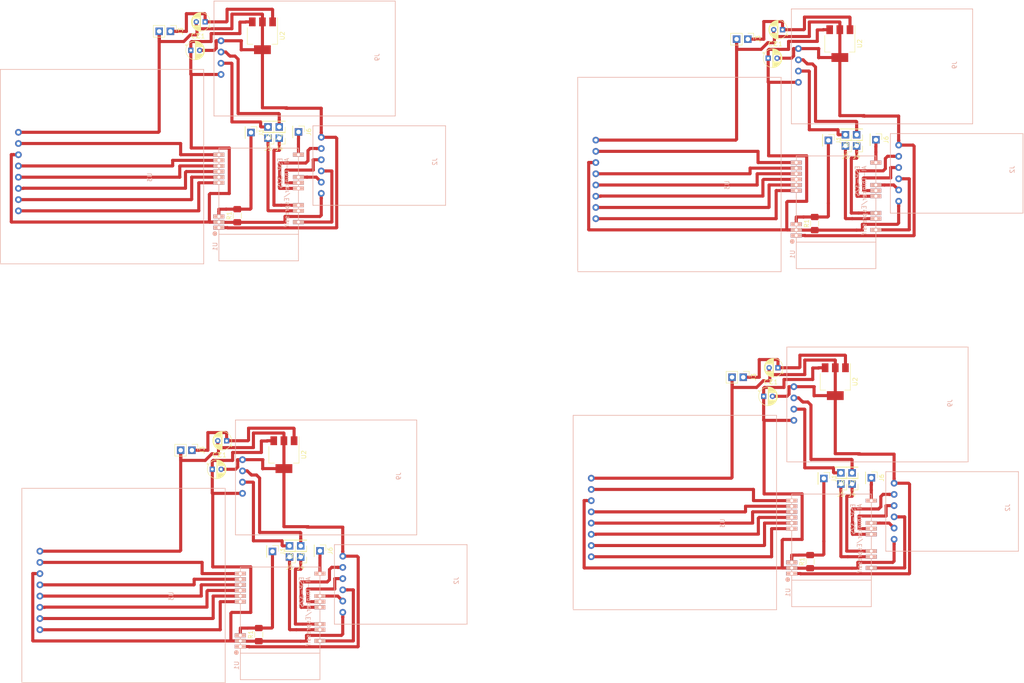
<source format=kicad_pcb>
(kicad_pcb (version 20171130) (host pcbnew 5.0.1-33cea8e~68~ubuntu18.04.1)
  (layers (0 F.Cu signal) (31 B.Cu signal) (34 B.Paste user) (35 F.Paste user) (36 B.SilkS user) (37 F.SilkS user) (38 B.Mask user) (39 F.Mask user) (44 Edge.Cuts user))
  (net 0 "")
  (net 1 "Net-(C1-Pad2)")
  (net 2 "Net-(C1-Pad1)")
  (net 3 "Net-(C2-Pad1)")
  (net 4 "Net-(J1-Pad1)")
  (net 5 "Net-(J2-Pad2)")
  (net 6 "Net-(J2-Pad3)")
  (net 7 "Net-(J2-Pad4)")
  (net 8 "Net-(J2-Pad5)")
  (net 9 "Net-(J4-Pad1)")
  (net 10 "Net-(J5-Pad1)")
  (net 11 "Net-(J6-Pad1)")
  (net 12 "Net-(J7-Pad1)")
  (net 13 "Net-(J8-Pad1)")
  (net 14 "Net-(U1-Pad14)")
  (net 15 "Net-(U1-Pad13)")
  (net 16 "Net-(U1-Pad12)")
  (net 17 "Net-(U1-Pad11)")
  (net 18 "Net-(U1-Pad10)")
  (net 19 "Net-(U1-Pad9)")
  (module Connector_PinHeader_2.54mm:PinHeader_1x01_P2.54mm_Vertical (layer F.Cu) (at 213.551079 130.711638 180)
    (fp_text reference J7 (at 0 -2.33 180) (layer F.SilkS))
    (fp_text value Conn_01x01_Male)
    (pad 1 thru_hole rect (at 0 0 180) (size 1.7 1.7) (drill 1) (layers *.Cu *.Mask))
  )
  (module Package_TO_SOT_SMD:SOT-223-3_TabPin2 (layer F.Cu) (at 209.75 110.08 270)
    (fp_text reference U2 (at 0 -4.5 270) (layer F.SilkS))
    (fp_text value TC1262-33)
    (pad 1 smd rect (at -3.15 -2.3 270) (size 2 1.5) (layers F.Cu F.Paste F.Mask))
    (pad 3 smd rect (at -3.15 2.3 270) (size 2 1.5) (layers F.Cu F.Paste F.Mask))
    (pad 2 smd rect (at -3.15 0 270) (size 2 1.5) (layers F.Cu F.Paste F.Mask))
    (pad 2 smd rect (at 3.15 0 270) (size 2 3.8) (layers F.Cu F.Paste F.Mask))
  )
  (module Connector_PinHeader_2.54mm:PinHeader_1x01_P2.54mm_Vertical (layer F.Cu) (at 211.011079 130.711638 180)
    (fp_text reference J8 (at 0 -2.33 180) (layer F.SilkS))
    (fp_text value Conn_01x01_Male)
    (pad 1 thru_hole rect (at 0 0 180) (size 1.7 1.7) (drill 1) (layers *.Cu *.Mask))
  )
  (module Nokia_5110-3310_LCD:Nokia_5110-3310_LCD (layer B.Cu) (at 196.47 117.7 90)
    (fp_text reference U3 (at -24.4 -12.2 90) (layer B.SilkS) (effects (justify mirror)))
    (fp_text value Nokia_5110_LCD)
    (pad 8 thru_hole circle (at -14.224 -41.91 90) (size 1.524 1.524) (drill 0.762) (layers *.Cu *.Mask))
    (pad 7 thru_hole circle (at -16.764 -41.91 90) (size 1.524 1.524) (drill 0.762) (layers *.Cu *.Mask))
    (pad 6 thru_hole circle (at -19.304 -41.91 90) (size 1.524 1.524) (drill 0.762) (layers *.Cu *.Mask))
    (pad 5 thru_hole circle (at -21.844 -41.91 90) (size 1.524 1.524) (drill 0.762) (layers *.Cu *.Mask))
    (pad 4 thru_hole circle (at -24.384 -41.91 90) (size 1.524 1.524) (drill 0.762) (layers *.Cu *.Mask))
    (pad 3 thru_hole circle (at -26.924 -41.91 90) (size 1.524 1.524) (drill 0.762) (layers *.Cu *.Mask))
    (pad 2 thru_hole circle (at -29.464 -41.91 90) (size 1.524 1.524) (drill 0.762) (layers *.Cu *.Mask))
    (pad 1 thru_hole circle (at -32.004 -41.91 90) (size 1.524 1.524) (drill 0.762) (layers *.Cu *.Mask))
  )
  (module Resistor_SMD:R_1206_3216Metric_Pad1.42x1.75mm_HandSolder (layer F.Cu) (at 204.06 150.8075 90)
    (fp_text reference R1 (at 0 -1.82 90) (layer F.SilkS))
    (fp_text value R)
    (pad 2 smd roundrect (at 1.4875 0 90) (size 1.425 1.75) (layers F.Cu F.Paste F.Mask) (roundrect_rratio 0.175439))
    (pad 1 smd roundrect (at -1.4875 0 90) (size 1.425 1.75) (layers F.Cu F.Paste F.Mask) (roundrect_rratio 0.175439))
  )
  (module Connector_PinHeader_2.54mm:PinHeader_1x02_P2.54mm_Vertical (layer F.Cu) (at 188.94 109.07 270)
    (fp_text reference J3 (at 0 -2.33 270) (layer F.SilkS))
    (fp_text value Conn_01x02_Male)
    (pad 2 thru_hole rect (at 0 2.54 270) (size 1.7 1.7) (drill 1) (layers *.Cu *.Mask))
    (pad 1 thru_hole rect (at 0 0 270) (size 1.7 1.7) (drill 1) (layers *.Cu *.Mask))
  )
  (module ESP32-footprints-Lib:ESP-32S_thru_kayaklogger (layer B.Cu) (at 208.95 143.99)
    (fp_text reference U1 (at -9.9 13.8 -270) (layer B.SilkS) (effects (justify mirror)))
    (fp_text value ESP-32S)
    (fp_text user ESP-32S (at 4.8 -2.8 -90) (layer B.SilkS) (effects (justify mirror)))
    (fp_text user AI-Thinker/Espressif (at 6.3 1.6 -90) (layer B.SilkS) (effects (justify mirror)))
    (pad 1 thru_hole rect (at -9.052566 9.517338 180) (size 2.5 0.9) (drill 0.65) (layers *.Cu *.Mask B.Paste B.SilkS))
    (pad 2 thru_hole rect (at -9.052566 8.247338 180) (size 2.5 0.9) (drill 0.65) (layers *.Cu *.Mask B.Paste B.SilkS))
    (pad 3 thru_hole rect (at -9.052566 6.977338 180) (size 2.5 0.9) (drill 0.65) (layers *.Cu *.Mask B.Paste B.SilkS))
    (pad 9 thru_hole rect (at -9.052566 -0.642662 180) (size 2.5 0.9) (drill 0.65) (layers *.Cu *.Mask B.Paste B.SilkS))
    (pad 10 thru_hole rect (at -9.052566 -1.912662 180) (size 2.5 0.9) (drill 0.65) (layers *.Cu *.Mask B.Paste B.SilkS))
    (pad 11 thru_hole rect (at -9.052566 -3.182662 180) (size 2.5 0.9) (drill 0.65) (layers *.Cu *.Mask B.Paste B.SilkS))
    (pad 12 thru_hole rect (at -9.052566 -4.452662 180) (size 2.5 0.9) (drill 0.65) (layers *.Cu *.Mask B.Paste B.SilkS))
    (pad 13 thru_hole rect (at -9.052566 -5.722662 180) (size 2.5 0.9) (drill 0.65) (layers *.Cu *.Mask B.Paste B.SilkS))
    (pad 14 thru_hole rect (at -9.052566 -6.992662 180) (size 2.5 0.9) (drill 0.65) (layers *.Cu *.Mask B.Paste B.SilkS))
    (pad 25 thru_hole rect (at 8.947434 -6.992662 180) (size 2.5 0.9) (drill 0.65) (layers *.Cu *.Mask B.Paste B.SilkS))
    (pad 29 thru_hole rect (at 8.947434 -1.912662 180) (size 2.5 0.9) (drill 0.65) (layers *.Cu *.Mask B.Paste B.SilkS))
    (pad 30 thru_hole rect (at 8.947434 -0.642662 180) (size 2.5 0.9) (drill 0.65) (layers *.Cu *.Mask B.Paste B.SilkS))
    (pad 31 thru_hole rect (at 8.947434 0.627338 180) (size 2.5 0.9) (drill 0.65) (layers *.Cu *.Mask B.Paste B.SilkS))
    (pad 34 thru_hole rect (at 8.947434 4.437338 180) (size 2.5 0.9) (drill 0.65) (layers *.Cu *.Mask B.Paste B.SilkS))
    (pad 35 thru_hole rect (at 8.947434 5.707338 180) (size 2.5 0.9) (drill 0.65) (layers *.Cu *.Mask B.Paste B.SilkS))
    (pad 37 thru_hole rect (at 8.947434 8.247338 180) (size 2.5 0.9) (drill 0.65) (layers *.Cu *.Mask B.Paste B.SilkS))
  )
  (module Connector_PinHeader_2.54mm:PinHeader_1x01_P2.54mm_Vertical (layer F.Cu) (at 213.551079 133.251638 180)
    (fp_text reference J4 (at 0 -2.33 180) (layer F.SilkS))
    (fp_text value Conn_01x01_Male)
    (pad 1 thru_hole rect (at 0 0 180) (size 1.7 1.7) (drill 1) (layers *.Cu *.Mask))
  )
  (module Connector_PinHeader_2.54mm:PinHeader_1x01_P2.54mm_Vertical (layer F.Cu) (at 211.011079 133.251638 180)
    (fp_text reference J5 (at 0 -2.33 180) (layer F.SilkS))
    (fp_text value Conn_01x01_Male)
    (pad 1 thru_hole rect (at 0 0 180) (size 1.7 1.7) (drill 1) (layers *.Cu *.Mask))
  )
  (module gps_breakout:gps_breakout (layer B.Cu) (at 239.79 102.23 90)
    (fp_text reference J9 (at -12.7 -4.1 90) (layer B.SilkS) (effects (justify mirror)))
    (fp_text value gps_breakout)
    (pad 4 thru_hole circle (at -8.984 -39.41 90) (size 1.524 1.524) (drill 0.762) (layers *.Cu *.Mask))
    (pad 3 thru_hole circle (at -11.524 -39.41 90) (size 1.524 1.524) (drill 0.762) (layers *.Cu *.Mask))
    (pad 2 thru_hole circle (at -14.064 -39.41 90) (size 1.524 1.524) (drill 0.762) (layers *.Cu *.Mask))
    (pad 1 thru_hole circle (at -16.604 -39.41 90) (size 1.524 1.524) (drill 0.762) (layers *.Cu *.Mask))
  )
  (module Connector_PinHeader_2.54mm:PinHeader_1x01_P2.54mm_Vertical (layer F.Cu) (at 217.91 131.84 270)
    (fp_text reference J6 (at 0 -2.33 270) (layer F.SilkS))
    (fp_text value Conn_01x01_Male)
    (pad 1 thru_hole rect (at 0 0 270) (size 1.7 1.7) (drill 1) (layers *.Cu *.Mask))
  )
  (module Capacitor_THT:CP_Radial_D4.0mm_P2.00mm (layer F.Cu) (at 193.55 113.38)
    (fp_text reference C2 (at 1 -3.25) (layer F.SilkS))
    (fp_text value CP)
    (pad 2 thru_hole circle (at 2 0) (size 1.2 1.2) (drill 0.6) (layers *.Cu *.Mask))
    (pad 1 thru_hole rect (at 0 0) (size 1.2 1.2) (drill 0.6) (layers *.Cu *.Mask))
  )
  (module Connector_PinHeader_2.54mm:PinHeader_1x01_P2.54mm_Vertical (layer F.Cu) (at 207.16 131.98 270)
    (fp_text reference J1 (at 0 -2.33 270) (layer F.SilkS))
    (fp_text value Conn_01x01_Male)
    (pad 1 thru_hole rect (at 0 0 270) (size 1.7 1.7) (drill 1) (layers *.Cu *.Mask))
  )
  (module Capacitor_THT:CP_Radial_D4.0mm_P2.00mm (layer F.Cu) (at 196.79 106.93 180)
    (fp_text reference C1 (at 1 -3.25 180) (layer F.SilkS))
    (fp_text value CP)
    (pad 1 thru_hole rect (at 0 0 180) (size 1.2 1.2) (drill 0.6) (layers *.Cu *.Mask))
    (pad 2 thru_hole circle (at 2 0 180) (size 1.2 1.2) (drill 0.6) (layers *.Cu *.Mask))
  )
  (module micro_sd_breakout:micro_sd_breakout (layer B.Cu) (at 251.17 130.45 90)
    (fp_text reference J2 (at -8.13 -2.43 90) (layer B.SilkS) (effects (justify mirror)))
    (fp_text value Micro_SD_breakout)
    (pad 6 thru_hole circle (at -2.604 -28.11 90) (size 1.524 1.524) (drill 0.762) (layers *.Cu *.Mask))
    (pad 5 thru_hole circle (at -5.144 -28.11 90) (size 1.524 1.524) (drill 0.762) (layers *.Cu *.Mask))
    (pad 4 thru_hole circle (at -7.684 -28.11 90) (size 1.524 1.524) (drill 0.762) (layers *.Cu *.Mask))
    (pad 3 thru_hole circle (at -10.224 -28.11 90) (size 1.524 1.524) (drill 0.762) (layers *.Cu *.Mask))
    (pad 2 thru_hole circle (at -12.764 -28.11 90) (size 1.524 1.524) (drill 0.762) (layers *.Cu *.Mask))
    (pad 1 thru_hole circle (at -15.304 -28.11 90) (size 1.524 1.524) (drill 0.762) (layers *.Cu *.Mask))
  )
  (module Connector_PinHeader_2.54mm:PinHeader_1x01_P2.54mm_Vertical (layer F.Cu) (at 214.581079 54.191638 180)
    (fp_text reference J7 (at 0 -2.33 180) (layer F.SilkS))
    (fp_text value Conn_01x01_Male)
    (pad 1 thru_hole rect (at 0 0 180) (size 1.7 1.7) (drill 1) (layers *.Cu *.Mask))
  )
  (module Package_TO_SOT_SMD:SOT-223-3_TabPin2 (layer F.Cu) (at 210.78 33.56 270)
    (fp_text reference U2 (at 0 -4.5 270) (layer F.SilkS))
    (fp_text value TC1262-33)
    (pad 1 smd rect (at -3.15 -2.3 270) (size 2 1.5) (layers F.Cu F.Paste F.Mask))
    (pad 3 smd rect (at -3.15 2.3 270) (size 2 1.5) (layers F.Cu F.Paste F.Mask))
    (pad 2 smd rect (at -3.15 0 270) (size 2 1.5) (layers F.Cu F.Paste F.Mask))
    (pad 2 smd rect (at 3.15 0 270) (size 2 3.8) (layers F.Cu F.Paste F.Mask))
  )
  (module Connector_PinHeader_2.54mm:PinHeader_1x01_P2.54mm_Vertical (layer F.Cu) (at 212.041079 54.191638 180)
    (fp_text reference J8 (at 0 -2.33 180) (layer F.SilkS))
    (fp_text value Conn_01x01_Male)
    (pad 1 thru_hole rect (at 0 0 180) (size 1.7 1.7) (drill 1) (layers *.Cu *.Mask))
  )
  (module Nokia_5110-3310_LCD:Nokia_5110-3310_LCD (layer B.Cu) (at 197.5 41.18 90)
    (fp_text reference U3 (at -24.4 -12.2 90) (layer B.SilkS) (effects (justify mirror)))
    (fp_text value Nokia_5110_LCD)
    (pad 8 thru_hole circle (at -14.224 -41.91 90) (size 1.524 1.524) (drill 0.762) (layers *.Cu *.Mask))
    (pad 7 thru_hole circle (at -16.764 -41.91 90) (size 1.524 1.524) (drill 0.762) (layers *.Cu *.Mask))
    (pad 6 thru_hole circle (at -19.304 -41.91 90) (size 1.524 1.524) (drill 0.762) (layers *.Cu *.Mask))
    (pad 5 thru_hole circle (at -21.844 -41.91 90) (size 1.524 1.524) (drill 0.762) (layers *.Cu *.Mask))
    (pad 4 thru_hole circle (at -24.384 -41.91 90) (size 1.524 1.524) (drill 0.762) (layers *.Cu *.Mask))
    (pad 3 thru_hole circle (at -26.924 -41.91 90) (size 1.524 1.524) (drill 0.762) (layers *.Cu *.Mask))
    (pad 2 thru_hole circle (at -29.464 -41.91 90) (size 1.524 1.524) (drill 0.762) (layers *.Cu *.Mask))
    (pad 1 thru_hole circle (at -32.004 -41.91 90) (size 1.524 1.524) (drill 0.762) (layers *.Cu *.Mask))
  )
  (module Resistor_SMD:R_1206_3216Metric_Pad1.42x1.75mm_HandSolder (layer F.Cu) (at 205.09 74.2875 90)
    (fp_text reference R1 (at 0 -1.82 90) (layer F.SilkS))
    (fp_text value R)
    (pad 2 smd roundrect (at 1.4875 0 90) (size 1.425 1.75) (layers F.Cu F.Paste F.Mask) (roundrect_rratio 0.175439))
    (pad 1 smd roundrect (at -1.4875 0 90) (size 1.425 1.75) (layers F.Cu F.Paste F.Mask) (roundrect_rratio 0.175439))
  )
  (module Connector_PinHeader_2.54mm:PinHeader_1x02_P2.54mm_Vertical (layer F.Cu) (at 189.97 32.55 270)
    (fp_text reference J3 (at 0 -2.33 270) (layer F.SilkS))
    (fp_text value Conn_01x02_Male)
    (pad 2 thru_hole rect (at 0 2.54 270) (size 1.7 1.7) (drill 1) (layers *.Cu *.Mask))
    (pad 1 thru_hole rect (at 0 0 270) (size 1.7 1.7) (drill 1) (layers *.Cu *.Mask))
  )
  (module ESP32-footprints-Lib:ESP-32S_thru_kayaklogger (layer B.Cu) (at 209.98 67.47)
    (fp_text reference U1 (at -9.9 13.8 -270) (layer B.SilkS) (effects (justify mirror)))
    (fp_text value ESP-32S)
    (fp_text user ESP-32S (at 4.8 -2.8 -90) (layer B.SilkS) (effects (justify mirror)))
    (fp_text user AI-Thinker/Espressif (at 6.3 1.6 -90) (layer B.SilkS) (effects (justify mirror)))
    (pad 1 thru_hole rect (at -9.052566 9.517338 180) (size 2.5 0.9) (drill 0.65) (layers *.Cu *.Mask B.Paste B.SilkS))
    (pad 2 thru_hole rect (at -9.052566 8.247338 180) (size 2.5 0.9) (drill 0.65) (layers *.Cu *.Mask B.Paste B.SilkS))
    (pad 3 thru_hole rect (at -9.052566 6.977338 180) (size 2.5 0.9) (drill 0.65) (layers *.Cu *.Mask B.Paste B.SilkS))
    (pad 9 thru_hole rect (at -9.052566 -0.642662 180) (size 2.5 0.9) (drill 0.65) (layers *.Cu *.Mask B.Paste B.SilkS))
    (pad 10 thru_hole rect (at -9.052566 -1.912662 180) (size 2.5 0.9) (drill 0.65) (layers *.Cu *.Mask B.Paste B.SilkS))
    (pad 11 thru_hole rect (at -9.052566 -3.182662 180) (size 2.5 0.9) (drill 0.65) (layers *.Cu *.Mask B.Paste B.SilkS))
    (pad 12 thru_hole rect (at -9.052566 -4.452662 180) (size 2.5 0.9) (drill 0.65) (layers *.Cu *.Mask B.Paste B.SilkS))
    (pad 13 thru_hole rect (at -9.052566 -5.722662 180) (size 2.5 0.9) (drill 0.65) (layers *.Cu *.Mask B.Paste B.SilkS))
    (pad 14 thru_hole rect (at -9.052566 -6.992662 180) (size 2.5 0.9) (drill 0.65) (layers *.Cu *.Mask B.Paste B.SilkS))
    (pad 25 thru_hole rect (at 8.947434 -6.992662 180) (size 2.5 0.9) (drill 0.65) (layers *.Cu *.Mask B.Paste B.SilkS))
    (pad 29 thru_hole rect (at 8.947434 -1.912662 180) (size 2.5 0.9) (drill 0.65) (layers *.Cu *.Mask B.Paste B.SilkS))
    (pad 30 thru_hole rect (at 8.947434 -0.642662 180) (size 2.5 0.9) (drill 0.65) (layers *.Cu *.Mask B.Paste B.SilkS))
    (pad 31 thru_hole rect (at 8.947434 0.627338 180) (size 2.5 0.9) (drill 0.65) (layers *.Cu *.Mask B.Paste B.SilkS))
    (pad 34 thru_hole rect (at 8.947434 4.437338 180) (size 2.5 0.9) (drill 0.65) (layers *.Cu *.Mask B.Paste B.SilkS))
    (pad 35 thru_hole rect (at 8.947434 5.707338 180) (size 2.5 0.9) (drill 0.65) (layers *.Cu *.Mask B.Paste B.SilkS))
    (pad 37 thru_hole rect (at 8.947434 8.247338 180) (size 2.5 0.9) (drill 0.65) (layers *.Cu *.Mask B.Paste B.SilkS))
  )
  (module Connector_PinHeader_2.54mm:PinHeader_1x01_P2.54mm_Vertical (layer F.Cu) (at 214.581079 56.731638 180)
    (fp_text reference J4 (at 0 -2.33 180) (layer F.SilkS))
    (fp_text value Conn_01x01_Male)
    (pad 1 thru_hole rect (at 0 0 180) (size 1.7 1.7) (drill 1) (layers *.Cu *.Mask))
  )
  (module Connector_PinHeader_2.54mm:PinHeader_1x01_P2.54mm_Vertical (layer F.Cu) (at 212.041079 56.731638 180)
    (fp_text reference J5 (at 0 -2.33 180) (layer F.SilkS))
    (fp_text value Conn_01x01_Male)
    (pad 1 thru_hole rect (at 0 0 180) (size 1.7 1.7) (drill 1) (layers *.Cu *.Mask))
  )
  (module gps_breakout:gps_breakout (layer B.Cu) (at 240.82 25.71 90)
    (fp_text reference J9 (at -12.7 -4.1 90) (layer B.SilkS) (effects (justify mirror)))
    (fp_text value gps_breakout)
    (pad 4 thru_hole circle (at -8.984 -39.41 90) (size 1.524 1.524) (drill 0.762) (layers *.Cu *.Mask))
    (pad 3 thru_hole circle (at -11.524 -39.41 90) (size 1.524 1.524) (drill 0.762) (layers *.Cu *.Mask))
    (pad 2 thru_hole circle (at -14.064 -39.41 90) (size 1.524 1.524) (drill 0.762) (layers *.Cu *.Mask))
    (pad 1 thru_hole circle (at -16.604 -39.41 90) (size 1.524 1.524) (drill 0.762) (layers *.Cu *.Mask))
  )
  (module Connector_PinHeader_2.54mm:PinHeader_1x01_P2.54mm_Vertical (layer F.Cu) (at 218.94 55.32 270)
    (fp_text reference J6 (at 0 -2.33 270) (layer F.SilkS))
    (fp_text value Conn_01x01_Male)
    (pad 1 thru_hole rect (at 0 0 270) (size 1.7 1.7) (drill 1) (layers *.Cu *.Mask))
  )
  (module Capacitor_THT:CP_Radial_D4.0mm_P2.00mm (layer F.Cu) (at 194.58 36.86)
    (fp_text reference C2 (at 1 -3.25) (layer F.SilkS))
    (fp_text value CP)
    (pad 2 thru_hole circle (at 2 0) (size 1.2 1.2) (drill 0.6) (layers *.Cu *.Mask))
    (pad 1 thru_hole rect (at 0 0) (size 1.2 1.2) (drill 0.6) (layers *.Cu *.Mask))
  )
  (module Connector_PinHeader_2.54mm:PinHeader_1x01_P2.54mm_Vertical (layer F.Cu) (at 208.19 55.46 270)
    (fp_text reference J1 (at 0 -2.33 270) (layer F.SilkS))
    (fp_text value Conn_01x01_Male)
    (pad 1 thru_hole rect (at 0 0 270) (size 1.7 1.7) (drill 1) (layers *.Cu *.Mask))
  )
  (module Capacitor_THT:CP_Radial_D4.0mm_P2.00mm (layer F.Cu) (at 197.82 30.41 180)
    (fp_text reference C1 (at 1 -3.25 180) (layer F.SilkS))
    (fp_text value CP)
    (pad 1 thru_hole rect (at 0 0 180) (size 1.2 1.2) (drill 0.6) (layers *.Cu *.Mask))
    (pad 2 thru_hole circle (at 2 0 180) (size 1.2 1.2) (drill 0.6) (layers *.Cu *.Mask))
  )
  (module micro_sd_breakout:micro_sd_breakout (layer B.Cu) (at 252.2 53.93 90)
    (fp_text reference J2 (at -8.13 -2.43 90) (layer B.SilkS) (effects (justify mirror)))
    (fp_text value Micro_SD_breakout)
    (pad 6 thru_hole circle (at -2.604 -28.11 90) (size 1.524 1.524) (drill 0.762) (layers *.Cu *.Mask))
    (pad 5 thru_hole circle (at -5.144 -28.11 90) (size 1.524 1.524) (drill 0.762) (layers *.Cu *.Mask))
    (pad 4 thru_hole circle (at -7.684 -28.11 90) (size 1.524 1.524) (drill 0.762) (layers *.Cu *.Mask))
    (pad 3 thru_hole circle (at -10.224 -28.11 90) (size 1.524 1.524) (drill 0.762) (layers *.Cu *.Mask))
    (pad 2 thru_hole circle (at -12.764 -28.11 90) (size 1.524 1.524) (drill 0.762) (layers *.Cu *.Mask))
    (pad 1 thru_hole circle (at -15.304 -28.11 90) (size 1.524 1.524) (drill 0.762) (layers *.Cu *.Mask))
  )
  (module Connector_PinHeader_2.54mm:PinHeader_1x01_P2.54mm_Vertical (layer F.Cu) (at 88.851079 147.231638 180)
    (fp_text reference J7 (at 0 -2.33 180) (layer F.SilkS))
    (fp_text value Conn_01x01_Male)
    (pad 1 thru_hole rect (at 0 0 180) (size 1.7 1.7) (drill 1) (layers *.Cu *.Mask))
  )
  (module Package_TO_SOT_SMD:SOT-223-3_TabPin2 (layer F.Cu) (at 85.05 126.6 270)
    (fp_text reference U2 (at 0 -4.5 270) (layer F.SilkS))
    (fp_text value TC1262-33)
    (pad 1 smd rect (at -3.15 -2.3 270) (size 2 1.5) (layers F.Cu F.Paste F.Mask))
    (pad 3 smd rect (at -3.15 2.3 270) (size 2 1.5) (layers F.Cu F.Paste F.Mask))
    (pad 2 smd rect (at -3.15 0 270) (size 2 1.5) (layers F.Cu F.Paste F.Mask))
    (pad 2 smd rect (at 3.15 0 270) (size 2 3.8) (layers F.Cu F.Paste F.Mask))
  )
  (module Connector_PinHeader_2.54mm:PinHeader_1x01_P2.54mm_Vertical (layer F.Cu) (at 86.311079 147.231638 180)
    (fp_text reference J8 (at 0 -2.33 180) (layer F.SilkS))
    (fp_text value Conn_01x01_Male)
    (pad 1 thru_hole rect (at 0 0 180) (size 1.7 1.7) (drill 1) (layers *.Cu *.Mask))
  )
  (module Nokia_5110-3310_LCD:Nokia_5110-3310_LCD (layer B.Cu) (at 71.77 134.22 90)
    (fp_text reference U3 (at -24.4 -12.2 90) (layer B.SilkS) (effects (justify mirror)))
    (fp_text value Nokia_5110_LCD)
    (pad 8 thru_hole circle (at -14.224 -41.91 90) (size 1.524 1.524) (drill 0.762) (layers *.Cu *.Mask))
    (pad 7 thru_hole circle (at -16.764 -41.91 90) (size 1.524 1.524) (drill 0.762) (layers *.Cu *.Mask))
    (pad 6 thru_hole circle (at -19.304 -41.91 90) (size 1.524 1.524) (drill 0.762) (layers *.Cu *.Mask))
    (pad 5 thru_hole circle (at -21.844 -41.91 90) (size 1.524 1.524) (drill 0.762) (layers *.Cu *.Mask))
    (pad 4 thru_hole circle (at -24.384 -41.91 90) (size 1.524 1.524) (drill 0.762) (layers *.Cu *.Mask))
    (pad 3 thru_hole circle (at -26.924 -41.91 90) (size 1.524 1.524) (drill 0.762) (layers *.Cu *.Mask))
    (pad 2 thru_hole circle (at -29.464 -41.91 90) (size 1.524 1.524) (drill 0.762) (layers *.Cu *.Mask))
    (pad 1 thru_hole circle (at -32.004 -41.91 90) (size 1.524 1.524) (drill 0.762) (layers *.Cu *.Mask))
  )
  (module Resistor_SMD:R_1206_3216Metric_Pad1.42x1.75mm_HandSolder (layer F.Cu) (at 79.36 167.3275 90)
    (fp_text reference R1 (at 0 -1.82 90) (layer F.SilkS))
    (fp_text value R)
    (pad 2 smd roundrect (at 1.4875 0 90) (size 1.425 1.75) (layers F.Cu F.Paste F.Mask) (roundrect_rratio 0.175439))
    (pad 1 smd roundrect (at -1.4875 0 90) (size 1.425 1.75) (layers F.Cu F.Paste F.Mask) (roundrect_rratio 0.175439))
  )
  (module Connector_PinHeader_2.54mm:PinHeader_1x02_P2.54mm_Vertical (layer F.Cu) (at 64.24 125.59 270)
    (fp_text reference J3 (at 0 -2.33 270) (layer F.SilkS))
    (fp_text value Conn_01x02_Male)
    (pad 2 thru_hole rect (at 0 2.54 270) (size 1.7 1.7) (drill 1) (layers *.Cu *.Mask))
    (pad 1 thru_hole rect (at 0 0 270) (size 1.7 1.7) (drill 1) (layers *.Cu *.Mask))
  )
  (module ESP32-footprints-Lib:ESP-32S_thru_kayaklogger (layer B.Cu) (at 84.25 160.51)
    (fp_text reference U1 (at -9.9 13.8 -270) (layer B.SilkS) (effects (justify mirror)))
    (fp_text value ESP-32S)
    (fp_text user ESP-32S (at 4.8 -2.8 -90) (layer B.SilkS) (effects (justify mirror)))
    (fp_text user AI-Thinker/Espressif (at 6.3 1.6 -90) (layer B.SilkS) (effects (justify mirror)))
    (pad 1 thru_hole rect (at -9.052566 9.517338 180) (size 2.5 0.9) (drill 0.65) (layers *.Cu *.Mask B.Paste B.SilkS))
    (pad 2 thru_hole rect (at -9.052566 8.247338 180) (size 2.5 0.9) (drill 0.65) (layers *.Cu *.Mask B.Paste B.SilkS))
    (pad 3 thru_hole rect (at -9.052566 6.977338 180) (size 2.5 0.9) (drill 0.65) (layers *.Cu *.Mask B.Paste B.SilkS))
    (pad 9 thru_hole rect (at -9.052566 -0.642662 180) (size 2.5 0.9) (drill 0.65) (layers *.Cu *.Mask B.Paste B.SilkS))
    (pad 10 thru_hole rect (at -9.052566 -1.912662 180) (size 2.5 0.9) (drill 0.65) (layers *.Cu *.Mask B.Paste B.SilkS))
    (pad 11 thru_hole rect (at -9.052566 -3.182662 180) (size 2.5 0.9) (drill 0.65) (layers *.Cu *.Mask B.Paste B.SilkS))
    (pad 12 thru_hole rect (at -9.052566 -4.452662 180) (size 2.5 0.9) (drill 0.65) (layers *.Cu *.Mask B.Paste B.SilkS))
    (pad 13 thru_hole rect (at -9.052566 -5.722662 180) (size 2.5 0.9) (drill 0.65) (layers *.Cu *.Mask B.Paste B.SilkS))
    (pad 14 thru_hole rect (at -9.052566 -6.992662 180) (size 2.5 0.9) (drill 0.65) (layers *.Cu *.Mask B.Paste B.SilkS))
    (pad 25 thru_hole rect (at 8.947434 -6.992662 180) (size 2.5 0.9) (drill 0.65) (layers *.Cu *.Mask B.Paste B.SilkS))
    (pad 29 thru_hole rect (at 8.947434 -1.912662 180) (size 2.5 0.9) (drill 0.65) (layers *.Cu *.Mask B.Paste B.SilkS))
    (pad 30 thru_hole rect (at 8.947434 -0.642662 180) (size 2.5 0.9) (drill 0.65) (layers *.Cu *.Mask B.Paste B.SilkS))
    (pad 31 thru_hole rect (at 8.947434 0.627338 180) (size 2.5 0.9) (drill 0.65) (layers *.Cu *.Mask B.Paste B.SilkS))
    (pad 34 thru_hole rect (at 8.947434 4.437338 180) (size 2.5 0.9) (drill 0.65) (layers *.Cu *.Mask B.Paste B.SilkS))
    (pad 35 thru_hole rect (at 8.947434 5.707338 180) (size 2.5 0.9) (drill 0.65) (layers *.Cu *.Mask B.Paste B.SilkS))
    (pad 37 thru_hole rect (at 8.947434 8.247338 180) (size 2.5 0.9) (drill 0.65) (layers *.Cu *.Mask B.Paste B.SilkS))
  )
  (module Connector_PinHeader_2.54mm:PinHeader_1x01_P2.54mm_Vertical (layer F.Cu) (at 88.851079 149.771638 180)
    (fp_text reference J4 (at 0 -2.33 180) (layer F.SilkS))
    (fp_text value Conn_01x01_Male)
    (pad 1 thru_hole rect (at 0 0 180) (size 1.7 1.7) (drill 1) (layers *.Cu *.Mask))
  )
  (module Connector_PinHeader_2.54mm:PinHeader_1x01_P2.54mm_Vertical (layer F.Cu) (at 86.311079 149.771638 180)
    (fp_text reference J5 (at 0 -2.33 180) (layer F.SilkS))
    (fp_text value Conn_01x01_Male)
    (pad 1 thru_hole rect (at 0 0 180) (size 1.7 1.7) (drill 1) (layers *.Cu *.Mask))
  )
  (module gps_breakout:gps_breakout (layer B.Cu) (at 115.09 118.75 90)
    (fp_text reference J9 (at -12.7 -4.1 90) (layer B.SilkS) (effects (justify mirror)))
    (fp_text value gps_breakout)
    (pad 4 thru_hole circle (at -8.984 -39.41 90) (size 1.524 1.524) (drill 0.762) (layers *.Cu *.Mask))
    (pad 3 thru_hole circle (at -11.524 -39.41 90) (size 1.524 1.524) (drill 0.762) (layers *.Cu *.Mask))
    (pad 2 thru_hole circle (at -14.064 -39.41 90) (size 1.524 1.524) (drill 0.762) (layers *.Cu *.Mask))
    (pad 1 thru_hole circle (at -16.604 -39.41 90) (size 1.524 1.524) (drill 0.762) (layers *.Cu *.Mask))
  )
  (module Connector_PinHeader_2.54mm:PinHeader_1x01_P2.54mm_Vertical (layer F.Cu) (at 93.21 148.36 270)
    (fp_text reference J6 (at 0 -2.33 270) (layer F.SilkS))
    (fp_text value Conn_01x01_Male)
    (pad 1 thru_hole rect (at 0 0 270) (size 1.7 1.7) (drill 1) (layers *.Cu *.Mask))
  )
  (module Capacitor_THT:CP_Radial_D4.0mm_P2.00mm (layer F.Cu) (at 68.85 129.9)
    (fp_text reference C2 (at 1 -3.25) (layer F.SilkS))
    (fp_text value CP)
    (pad 2 thru_hole circle (at 2 0) (size 1.2 1.2) (drill 0.6) (layers *.Cu *.Mask))
    (pad 1 thru_hole rect (at 0 0) (size 1.2 1.2) (drill 0.6) (layers *.Cu *.Mask))
  )
  (module Connector_PinHeader_2.54mm:PinHeader_1x01_P2.54mm_Vertical (layer F.Cu) (at 82.46 148.5 270)
    (fp_text reference J1 (at 0 -2.33 270) (layer F.SilkS))
    (fp_text value Conn_01x01_Male)
    (pad 1 thru_hole rect (at 0 0 270) (size 1.7 1.7) (drill 1) (layers *.Cu *.Mask))
  )
  (module Capacitor_THT:CP_Radial_D4.0mm_P2.00mm (layer F.Cu) (at 72.09 123.45 180)
    (fp_text reference C1 (at 1 -3.25 180) (layer F.SilkS))
    (fp_text value CP)
    (pad 1 thru_hole rect (at 0 0 180) (size 1.2 1.2) (drill 0.6) (layers *.Cu *.Mask))
    (pad 2 thru_hole circle (at 2 0 180) (size 1.2 1.2) (drill 0.6) (layers *.Cu *.Mask))
  )
  (module micro_sd_breakout:micro_sd_breakout (layer B.Cu) (at 126.47 146.97 90)
    (fp_text reference J2 (at -8.13 -2.43 90) (layer B.SilkS) (effects (justify mirror)))
    (fp_text value Micro_SD_breakout)
    (pad 6 thru_hole circle (at -2.604 -28.11 90) (size 1.524 1.524) (drill 0.762) (layers *.Cu *.Mask))
    (pad 5 thru_hole circle (at -5.144 -28.11 90) (size 1.524 1.524) (drill 0.762) (layers *.Cu *.Mask))
    (pad 4 thru_hole circle (at -7.684 -28.11 90) (size 1.524 1.524) (drill 0.762) (layers *.Cu *.Mask))
    (pad 3 thru_hole circle (at -10.224 -28.11 90) (size 1.524 1.524) (drill 0.762) (layers *.Cu *.Mask))
    (pad 2 thru_hole circle (at -12.764 -28.11 90) (size 1.524 1.524) (drill 0.762) (layers *.Cu *.Mask))
    (pad 1 thru_hole circle (at -15.304 -28.11 90) (size 1.524 1.524) (drill 0.762) (layers *.Cu *.Mask))
  )
  (module Package_TO_SOT_SMD:SOT-223-3_TabPin2 (layer F.Cu) (at 80.19 31.79 270)
    (fp_text reference U2 (at 0 -4.5 270) (layer F.SilkS))
    (fp_text value TC1262-33)
    (pad 2 smd rect (at 3.15 0 270) (size 2 3.8) (layers F.Cu F.Paste F.Mask) (net 1 "Net-(C1-Pad2)"))
    (pad 2 smd rect (at -3.15 0 270) (size 2 1.5) (layers F.Cu F.Paste F.Mask) (net 1 "Net-(C1-Pad2)"))
    (pad 3 smd rect (at -3.15 2.3 270) (size 2 1.5) (layers F.Cu F.Paste F.Mask) (net 3 "Net-(C2-Pad1)"))
    (pad 1 smd rect (at -3.15 -2.3 270) (size 2 1.5) (layers F.Cu F.Paste F.Mask) (net 2 "Net-(C1-Pad1)"))
  )
  (module Resistor_SMD:R_1206_3216Metric_Pad1.42x1.75mm_HandSolder (layer F.Cu) (at 74.5 72.5175 90)
    (fp_text reference R1 (at 0 -1.82 90) (layer F.SilkS))
    (fp_text value R)
    (pad 1 smd roundrect (at -1.4875 0 90) (size 1.425 1.75) (layers F.Cu F.Paste F.Mask) (roundrect_rratio 0.175439) (net 3 "Net-(C2-Pad1)"))
    (pad 2 smd roundrect (at 1.4875 0 90) (size 1.425 1.75) (layers F.Cu F.Paste F.Mask) (roundrect_rratio 0.175439) (net 4 "Net-(J1-Pad1)"))
  )
  (module ESP32-footprints-Lib:ESP-32S_thru_kayaklogger (layer B.Cu) (at 79.39 65.7)
    (fp_text reference U1 (at -9.9 13.8 -270) (layer B.SilkS) (effects (justify mirror)))
    (fp_text value ESP-32S)
    (fp_text user AI-Thinker/Espressif (at 6.3 1.6 -90) (layer B.SilkS) (effects (justify mirror)))
    (fp_text user ESP-32S (at 4.8 -2.8 -90) (layer B.SilkS) (effects (justify mirror)))
    (pad 37 thru_hole rect (at 8.947434 8.247338 180) (size 2.5 0.9) (drill 0.65) (layers *.Cu *.Mask B.Paste B.SilkS) (net 6 "Net-(J2-Pad3)"))
    (pad 35 thru_hole rect (at 8.947434 5.707338 180) (size 2.5 0.9) (drill 0.65) (layers *.Cu *.Mask B.Paste B.SilkS) (net 10 "Net-(J5-Pad1)"))
    (pad 34 thru_hole rect (at 8.947434 4.437338 180) (size 2.5 0.9) (drill 0.65) (layers *.Cu *.Mask B.Paste B.SilkS) (net 9 "Net-(J4-Pad1)"))
    (pad 31 thru_hole rect (at 8.947434 0.627338 180) (size 2.5 0.9) (drill 0.65) (layers *.Cu *.Mask B.Paste B.SilkS) (net 8 "Net-(J2-Pad5)"))
    (pad 30 thru_hole rect (at 8.947434 -0.642662 180) (size 2.5 0.9) (drill 0.65) (layers *.Cu *.Mask B.Paste B.SilkS) (net 7 "Net-(J2-Pad4)"))
    (pad 29 thru_hole rect (at 8.947434 -1.912662 180) (size 2.5 0.9) (drill 0.65) (layers *.Cu *.Mask B.Paste B.SilkS) (net 5 "Net-(J2-Pad2)"))
    (pad 25 thru_hole rect (at 8.947434 -6.992662 180) (size 2.5 0.9) (drill 0.65) (layers *.Cu *.Mask B.Paste B.SilkS) (net 11 "Net-(J6-Pad1)"))
    (pad 14 thru_hole rect (at -9.052566 -6.992662 180) (size 2.5 0.9) (drill 0.65) (layers *.Cu *.Mask B.Paste B.SilkS) (net 14 "Net-(U1-Pad14)"))
    (pad 13 thru_hole rect (at -9.052566 -5.722662 180) (size 2.5 0.9) (drill 0.65) (layers *.Cu *.Mask B.Paste B.SilkS) (net 15 "Net-(U1-Pad13)"))
    (pad 12 thru_hole rect (at -9.052566 -4.452662 180) (size 2.5 0.9) (drill 0.65) (layers *.Cu *.Mask B.Paste B.SilkS) (net 16 "Net-(U1-Pad12)"))
    (pad 11 thru_hole rect (at -9.052566 -3.182662 180) (size 2.5 0.9) (drill 0.65) (layers *.Cu *.Mask B.Paste B.SilkS) (net 17 "Net-(U1-Pad11)"))
    (pad 10 thru_hole rect (at -9.052566 -1.912662 180) (size 2.5 0.9) (drill 0.65) (layers *.Cu *.Mask B.Paste B.SilkS) (net 18 "Net-(U1-Pad10)"))
    (pad 9 thru_hole rect (at -9.052566 -0.642662 180) (size 2.5 0.9) (drill 0.65) (layers *.Cu *.Mask B.Paste B.SilkS) (net 19 "Net-(U1-Pad9)"))
    (pad 3 thru_hole rect (at -9.052566 6.977338 180) (size 2.5 0.9) (drill 0.65) (layers *.Cu *.Mask B.Paste B.SilkS) (net 4 "Net-(J1-Pad1)"))
    (pad 2 thru_hole rect (at -9.052566 8.247338 180) (size 2.5 0.9) (drill 0.65) (layers *.Cu *.Mask B.Paste B.SilkS) (net 3 "Net-(C2-Pad1)"))
    (pad 1 thru_hole rect (at -9.052566 9.517338 180) (size 2.5 0.9) (drill 0.65) (layers *.Cu *.Mask B.Paste B.SilkS) (net 1 "Net-(C1-Pad2)"))
  )
  (module Connector_PinHeader_2.54mm:PinHeader_1x01_P2.54mm_Vertical (layer F.Cu) (at 77.6 53.69 270)
    (fp_text reference J1 (at 0 -2.33 270) (layer F.SilkS))
    (fp_text value Conn_01x01_Male)
    (pad 1 thru_hole rect (at 0 0 270) (size 1.7 1.7) (drill 1) (layers *.Cu *.Mask) (net 4 "Net-(J1-Pad1)"))
  )
  (module Capacitor_THT:CP_Radial_D4.0mm_P2.00mm (layer F.Cu) (at 67.23 28.64 180)
    (fp_text reference C1 (at 1 -3.25 180) (layer F.SilkS))
    (fp_text value CP)
    (pad 2 thru_hole circle (at 2 0 180) (size 1.2 1.2) (drill 0.6) (layers *.Cu *.Mask) (net 1 "Net-(C1-Pad2)"))
    (pad 1 thru_hole rect (at 0 0 180) (size 1.2 1.2) (drill 0.6) (layers *.Cu *.Mask) (net 2 "Net-(C1-Pad1)"))
  )
  (module Capacitor_THT:CP_Radial_D4.0mm_P2.00mm (layer F.Cu) (at 63.99 35.09)
    (fp_text reference C2 (at 1 -3.25) (layer F.SilkS))
    (fp_text value CP)
    (pad 1 thru_hole rect (at 0 0) (size 1.2 1.2) (drill 0.6) (layers *.Cu *.Mask) (net 3 "Net-(C2-Pad1)"))
    (pad 2 thru_hole circle (at 2 0) (size 1.2 1.2) (drill 0.6) (layers *.Cu *.Mask) (net 1 "Net-(C1-Pad2)"))
  )
  (module micro_sd_breakout:micro_sd_breakout (layer B.Cu) (at 121.61 52.16 90)
    (fp_text reference J2 (at -8.13 -2.43 90) (layer B.SilkS) (effects (justify mirror)))
    (fp_text value Micro_SD_breakout)
    (pad 1 thru_hole circle (at -15.304 -28.11 90) (size 1.524 1.524) (drill 0.762) (layers *.Cu *.Mask) (net 3 "Net-(C2-Pad1)"))
    (pad 2 thru_hole circle (at -12.764 -28.11 90) (size 1.524 1.524) (drill 0.762) (layers *.Cu *.Mask) (net 5 "Net-(J2-Pad2)"))
    (pad 3 thru_hole circle (at -10.224 -28.11 90) (size 1.524 1.524) (drill 0.762) (layers *.Cu *.Mask) (net 6 "Net-(J2-Pad3)"))
    (pad 4 thru_hole circle (at -7.684 -28.11 90) (size 1.524 1.524) (drill 0.762) (layers *.Cu *.Mask) (net 7 "Net-(J2-Pad4)"))
    (pad 5 thru_hole circle (at -5.144 -28.11 90) (size 1.524 1.524) (drill 0.762) (layers *.Cu *.Mask) (net 8 "Net-(J2-Pad5)"))
    (pad 6 thru_hole circle (at -2.604 -28.11 90) (size 1.524 1.524) (drill 0.762) (layers *.Cu *.Mask) (net 1 "Net-(C1-Pad2)"))
  )
  (module Connector_PinHeader_2.54mm:PinHeader_1x02_P2.54mm_Vertical (layer F.Cu) (at 59.38 30.78 270)
    (fp_text reference J3 (at 0 -2.33 270) (layer F.SilkS))
    (fp_text value Conn_01x02_Male)
    (pad 1 thru_hole rect (at 0 0 270) (size 1.7 1.7) (drill 1) (layers *.Cu *.Mask) (net 2 "Net-(C1-Pad1)"))
    (pad 2 thru_hole rect (at 0 2.54 270) (size 1.7 1.7) (drill 1) (layers *.Cu *.Mask) (net 1 "Net-(C1-Pad2)"))
  )
  (module Connector_PinHeader_2.54mm:PinHeader_1x01_P2.54mm_Vertical (layer F.Cu) (at 83.991079 54.961638 180)
    (fp_text reference J4 (at 0 -2.33 180) (layer F.SilkS))
    (fp_text value Conn_01x01_Male)
    (pad 1 thru_hole rect (at 0 0 180) (size 1.7 1.7) (drill 1) (layers *.Cu *.Mask) (net 9 "Net-(J4-Pad1)"))
  )
  (module Connector_PinHeader_2.54mm:PinHeader_1x01_P2.54mm_Vertical (layer F.Cu) (at 81.451079 54.961638 180)
    (fp_text reference J5 (at 0 -2.33 180) (layer F.SilkS))
    (fp_text value Conn_01x01_Male)
    (pad 1 thru_hole rect (at 0 0 180) (size 1.7 1.7) (drill 1) (layers *.Cu *.Mask) (net 10 "Net-(J5-Pad1)"))
  )
  (module Connector_PinHeader_2.54mm:PinHeader_1x01_P2.54mm_Vertical (layer F.Cu) (at 88.35 53.55 270)
    (fp_text reference J6 (at 0 -2.33 270) (layer F.SilkS))
    (fp_text value Conn_01x01_Male)
    (pad 1 thru_hole rect (at 0 0 270) (size 1.7 1.7) (drill 1) (layers *.Cu *.Mask) (net 11 "Net-(J6-Pad1)"))
  )
  (module Connector_PinHeader_2.54mm:PinHeader_1x01_P2.54mm_Vertical (layer F.Cu) (at 83.991079 52.421638 180)
    (fp_text reference J7 (at 0 -2.33 180) (layer F.SilkS))
    (fp_text value Conn_01x01_Male)
    (pad 1 thru_hole rect (at 0 0 180) (size 1.7 1.7) (drill 1) (layers *.Cu *.Mask) (net 12 "Net-(J7-Pad1)"))
  )
  (module Connector_PinHeader_2.54mm:PinHeader_1x01_P2.54mm_Vertical (layer F.Cu) (at 81.451079 52.421638 180)
    (fp_text reference J8 (at 0 -2.33 180) (layer F.SilkS))
    (fp_text value Conn_01x01_Male)
    (pad 1 thru_hole rect (at 0 0 180) (size 1.7 1.7) (drill 1) (layers *.Cu *.Mask) (net 13 "Net-(J8-Pad1)"))
  )
  (module gps_breakout:gps_breakout (layer B.Cu) (at 110.23 23.94 90)
    (fp_text reference J9 (at -12.7 -4.1 90) (layer B.SilkS) (effects (justify mirror)))
    (fp_text value gps_breakout)
    (pad 1 thru_hole circle (at -16.604 -39.41 90) (size 1.524 1.524) (drill 0.762) (layers *.Cu *.Mask) (net 3 "Net-(C2-Pad1)"))
    (pad 2 thru_hole circle (at -14.064 -39.41 90) (size 1.524 1.524) (drill 0.762) (layers *.Cu *.Mask) (net 13 "Net-(J8-Pad1)"))
    (pad 3 thru_hole circle (at -11.524 -39.41 90) (size 1.524 1.524) (drill 0.762) (layers *.Cu *.Mask) (net 12 "Net-(J7-Pad1)"))
    (pad 4 thru_hole circle (at -8.984 -39.41 90) (size 1.524 1.524) (drill 0.762) (layers *.Cu *.Mask) (net 1 "Net-(C1-Pad2)"))
  )
  (module Nokia_5110-3310_LCD:Nokia_5110-3310_LCD (layer B.Cu) (at 66.91 39.41 90)
    (fp_text reference U3 (at -24.4 -12.2 90) (layer B.SilkS) (effects (justify mirror)))
    (fp_text value Nokia_5110_LCD)
    (pad 1 thru_hole circle (at -32.004 -41.91 90) (size 1.524 1.524) (drill 0.762) (layers *.Cu *.Mask) (net 19 "Net-(U1-Pad9)"))
    (pad 2 thru_hole circle (at -29.464 -41.91 90) (size 1.524 1.524) (drill 0.762) (layers *.Cu *.Mask) (net 18 "Net-(U1-Pad10)"))
    (pad 3 thru_hole circle (at -26.924 -41.91 90) (size 1.524 1.524) (drill 0.762) (layers *.Cu *.Mask) (net 17 "Net-(U1-Pad11)"))
    (pad 4 thru_hole circle (at -24.384 -41.91 90) (size 1.524 1.524) (drill 0.762) (layers *.Cu *.Mask) (net 16 "Net-(U1-Pad12)"))
    (pad 5 thru_hole circle (at -21.844 -41.91 90) (size 1.524 1.524) (drill 0.762) (layers *.Cu *.Mask) (net 15 "Net-(U1-Pad13)"))
    (pad 6 thru_hole circle (at -19.304 -41.91 90) (size 1.524 1.524) (drill 0.762) (layers *.Cu *.Mask) (net 3 "Net-(C2-Pad1)"))
    (pad 7 thru_hole circle (at -16.764 -41.91 90) (size 1.524 1.524) (drill 0.762) (layers *.Cu *.Mask) (net 14 "Net-(U1-Pad14)"))
    (pad 8 thru_hole circle (at -14.224 -41.91 90) (size 1.524 1.524) (drill 0.762) (layers *.Cu *.Mask) (net 1 "Net-(C1-Pad2)"))
  )
  (segment (start 78.15 121.7) (end 78.15 125) (width 0.7) (layer F.Cu) (net 0))
  (segment (start 70.25 125) (end 70.09 124.84) (width 0.7) (layer F.Cu) (net 0))
  (segment (start 75.68 127.734) (end 80.284 127.734) (width 0.7) (layer F.Cu) (net 0))
  (segment (start 80.284 127.734) (end 80.25 127.768) (width 0.7) (layer F.Cu) (net 0))
  (segment (start 80.25 127.768) (end 80.25 129.8) (width 0.7) (layer F.Cu) (net 0))
  (segment (start 80.3 129.75) (end 85.05 129.75) (width 0.7) (layer F.Cu) (net 0))
  (segment (start 80.25 129.8) (end 80.3 129.75) (width 0.7) (layer F.Cu) (net 0))
  (segment (start 101.604 149.574) (end 101.85 149.82) (width 0.7) (layer F.Cu) (net 0))
  (segment (start 101.85 149.82) (end 101.85 169.99) (width 0.7) (layer F.Cu) (net 0))
  (segment (start 101.76249 170.07751) (end 77.197606 170.07751) (width 0.7) (layer F.Cu) (net 0))
  (segment (start 77.197606 170.07751) (end 77.147434 170.027338) (width 0.7) (layer F.Cu) (net 0))
  (segment (start 74.112238 129.9) (end 70.85 129.9) (width 0.7) (layer F.Cu) (net 0))
  (segment (start 74.60237 127.734) (end 74.59837 127.73) (width 0.7) (layer F.Cu) (net 0))
  (segment (start 75.68 127.734) (end 74.60237 127.734) (width 0.7) (layer F.Cu) (net 0))
  (segment (start 74.59837 127.73) (end 74.59837 128.024436) (width 0.7) (layer F.Cu) (net 0))
  (segment (start 29.86 148.444) (end 61.506 148.444) (width 0.7) (layer F.Cu) (net 0))
  (segment (start 61.7 148.25) (end 61.7 125.59) (width 0.7) (layer F.Cu) (net 0))
  (segment (start 61.506 148.444) (end 61.7 148.25) (width 0.7) (layer F.Cu) (net 0))
  (segment (start 77.147434 170.027338) (end 75.197434 170.027338) (width 0.7) (layer F.Cu) (net 0))
  (segment (start 98.36 149.574) (end 101.604 149.574) (width 0.7) (layer F.Cu) (net 0))
  (segment (start 101.85 169.99) (end 101.76249 170.07751) (width 0.7) (layer F.Cu) (net 0))
  (segment (start 85.05 123.45) (end 85.05 129.75) (width 0.7) (layer F.Cu) (net 0))
  (segment (start 70.25 126.4) (end 70.25 125) (width 0.7) (layer F.Cu) (net 0))
  (segment (start 61.7 127.14) (end 61.75 127.19) (width 0.7) (layer F.Cu) (net 0))
  (segment (start 61.75 127.19) (end 61.75 127.9) (width 0.7) (layer F.Cu) (net 0))
  (segment (start 68.75 126.4) (end 70.25 126.4) (width 0.7) (layer F.Cu) (net 0))
  (segment (start 61.7 125.59) (end 61.7 127.14) (width 0.7) (layer F.Cu) (net 0))
  (segment (start 61.75 127.9) (end 67.25 127.9) (width 0.7) (layer F.Cu) (net 0))
  (segment (start 67.25 127.9) (end 68.75 126.4) (width 0.7) (layer F.Cu) (net 0))
  (segment (start 85.05 142.9) (end 90.55 142.9) (width 0.7) (layer F.Cu) (net 0))
  (segment (start 98.35 143) (end 90.65 143) (width 0.7) (layer F.Cu) (net 0))
  (segment (start 85.05 129.75) (end 85.05 142.9) (width 0.7) (layer F.Cu) (net 0))
  (segment (start 90.65 143) (end 90.25 143) (width 0.7) (layer F.Cu) (net 0))
  (segment (start 70.09 124.84) (end 70.09 123.45) (width 0.7) (layer F.Cu) (net 0))
  (segment (start 85.05 121.75) (end 85 121.7) (width 0.7) (layer F.Cu) (net 0))
  (segment (start 85.05 123.45) (end 85.05 121.75) (width 0.7) (layer F.Cu) (net 0))
  (segment (start 78.15 125) (end 70.25 125) (width 0.7) (layer F.Cu) (net 0))
  (segment (start 85 121.7) (end 78.15 121.7) (width 0.7) (layer F.Cu) (net 0))
  (segment (start 98.36 148.49637) (end 98.35 148.48637) (width 0.7) (layer F.Cu) (net 0))
  (segment (start 98.36 149.574) (end 98.36 148.49637) (width 0.7) (layer F.Cu) (net 0))
  (segment (start 98.35 148.48637) (end 98.35 143) (width 0.7) (layer F.Cu) (net 0))
  (segment (start 75.736 127.79) (end 75.68 127.734) (width 0.7) (layer F.Cu) (net 0))
  (segment (start 90.55 142.9) (end 90.65 143) (width 0.7) (layer F.Cu) (net 0))
  (segment (start 74.6 129.412238) (end 74.112238 129.9) (width 0.7) (layer F.Cu) (net 0))
  (segment (start 74.59837 128.024436) (end 74.6 128.026066) (width 0.7) (layer F.Cu) (net 0))
  (segment (start 74.6 128.026066) (end 74.6 129.412238) (width 0.7) (layer F.Cu) (net 0))
  (segment (start 71.95 121.6) (end 72.09 121.74) (width 0.7) (layer F.Cu) (net 0))
  (segment (start 87.35 120.7) (end 87.25 120.6) (width 0.7) (layer F.Cu) (net 0))
  (segment (start 72.09 121.74) (end 72.09 123.45) (width 0.7) (layer F.Cu) (net 0))
  (segment (start 65.79 125.59) (end 65.8 125.6) (width 0.7) (layer F.Cu) (net 0))
  (segment (start 64.24 125.59) (end 65.79 125.59) (width 0.7) (layer F.Cu) (net 0))
  (segment (start 65.8 125.6) (end 67.85 125.6) (width 0.7) (layer F.Cu) (net 0))
  (segment (start 67.85 125.6) (end 67.85 121.6) (width 0.7) (layer F.Cu) (net 0))
  (segment (start 67.85 121.6) (end 71.95 121.6) (width 0.7) (layer F.Cu) (net 0))
  (segment (start 76.9 123.45) (end 72.09 123.45) (width 0.7) (layer F.Cu) (net 0))
  (segment (start 77.05 120.6) (end 77.05 123.3) (width 0.7) (layer F.Cu) (net 0))
  (segment (start 87.25 120.6) (end 77.05 120.6) (width 0.7) (layer F.Cu) (net 0))
  (segment (start 87.35 123.45) (end 87.35 120.7) (width 0.7) (layer F.Cu) (net 0))
  (segment (start 77.05 123.3) (end 76.9 123.45) (width 0.7) (layer F.Cu) (net 0))
  (segment (start 73.45 127.9) (end 69.05 127.9) (width 0.7) (layer F.Cu) (net 0))
  (segment (start 68.85 128.1) (end 68.85 129.9) (width 0.7) (layer F.Cu) (net 0))
  (segment (start 69.05 127.9) (end 68.85 128.1) (width 0.7) (layer F.Cu) (net 0))
  (segment (start 68.85 129.9) (end 68.85 135.3) (width 0.7) (layer F.Cu) (net 0))
  (segment (start 68.904 135.354) (end 75.68 135.354) (width 0.7) (layer F.Cu) (net 0))
  (segment (start 90.15 167.5) (end 90.15 168.8) (width 0.7) (layer F.Cu) (net 0))
  (segment (start 90.135 168.815) (end 88.835 168.815) (width 0.7) (layer F.Cu) (net 0))
  (segment (start 90.15 168.8) (end 90.135 168.815) (width 0.7) (layer F.Cu) (net 0))
  (segment (start 75.454 135.354) (end 75.68 135.354) (width 0.25) (layer F.Cu) (net 0))
  (segment (start 88.835 168.815) (end 79.36 168.815) (width 0.7) (layer F.Cu) (net 0))
  (segment (start 98.36 163.35163) (end 98.35 163.36163) (width 0.7) (layer F.Cu) (net 0))
  (segment (start 98.35 163.36163) (end 98.35 167.2) (width 0.7) (layer F.Cu) (net 0))
  (segment (start 98.35 167.2) (end 98.05 167.5) (width 0.7) (layer F.Cu) (net 0))
  (segment (start 98.36 162.274) (end 98.36 163.35163) (width 0.7) (layer F.Cu) (net 0))
  (segment (start 98.05 167.5) (end 90.15 167.5) (width 0.7) (layer F.Cu) (net 0))
  (segment (start 75.255096 168.815) (end 75.197434 168.757338) (width 0.7) (layer F.Cu) (net 0))
  (segment (start 79.36 168.815) (end 75.255096 168.815) (width 0.7) (layer F.Cu) (net 0))
  (segment (start 81.3 123.45) (end 81.25 123.5) (width 0.7) (layer F.Cu) (net 0))
  (segment (start 82.75 123.45) (end 81.3 123.45) (width 0.7) (layer F.Cu) (net 0))
  (segment (start 81.25 123.5) (end 79.95 123.5) (width 0.7) (layer F.Cu) (net 0))
  (segment (start 79.95 123.5) (end 79.95 126.1) (width 0.7) (layer F.Cu) (net 0))
  (segment (start 79.95 126.1) (end 73.45 126.1) (width 0.7) (layer F.Cu) (net 0))
  (segment (start 73.45 126.1) (end 73.45 127.9) (width 0.7) (layer F.Cu) (net 0))
  (segment (start 68.85 135.3) (end 68.904 135.354) (width 0.7) (layer F.Cu) (net 0))
  (segment (start 28.78237 153.524) (end 28.75837 153.5) (width 0.7) (layer F.Cu) (net 0))
  (segment (start 29.86 153.524) (end 28.78237 153.524) (width 0.7) (layer F.Cu) (net 0))
  (segment (start 28.75837 153.5) (end 28.25 153.5) (width 0.7) (layer F.Cu) (net 0))
  (segment (start 28.25 153.5) (end 28.25 168.7) (width 0.7) (layer F.Cu) (net 0))
  (segment (start 28.307338 168.757338) (end 75.197434 168.757338) (width 0.7) (layer F.Cu) (net 0))
  (segment (start 28.25 168.7) (end 28.307338 168.757338) (width 0.7) (layer F.Cu) (net 0))
  (segment (start 73.107338 168.757338) (end 75.197434 168.757338) (width 0.7) (layer F.Cu) (net 0))
  (segment (start 73.05 162.5) (end 73.05 168.7) (width 0.7) (layer F.Cu) (net 0))
  (segment (start 68.95 135.4) (end 68.95 152) (width 0.7) (layer F.Cu) (net 0))
  (segment (start 77.55 152) (end 77.55 162.3) (width 0.7) (layer F.Cu) (net 0))
  (segment (start 73.05 168.7) (end 73.107338 168.757338) (width 0.7) (layer F.Cu) (net 0))
  (segment (start 68.904 135.354) (end 68.95 135.4) (width 0.7) (layer F.Cu) (net 0))
  (segment (start 68.95 152) (end 77.55 152) (width 0.7) (layer F.Cu) (net 0))
  (segment (start 77.55 162.3) (end 73.25 162.3) (width 0.7) (layer F.Cu) (net 0))
  (segment (start 73.25 162.3) (end 73.05 162.5) (width 0.7) (layer F.Cu) (net 0))
  (segment (start 75.21 166.324772) (end 75.21 165.85) (width 0.7) (layer F.Cu) (net 0))
  (segment (start 76.834772 165.85) (end 76.844772 165.84) (width 0.7) (layer F.Cu) (net 0))
  (segment (start 75.21 165.85) (end 76.834772 165.85) (width 0.7) (layer F.Cu) (net 0))
  (segment (start 79.36 165.84) (end 82.27 165.84) (width 0.7) (layer F.Cu) (net 0))
  (segment (start 82.46 165.65) (end 82.46 162.74) (width 0.7) (layer F.Cu) (net 0))
  (segment (start 82.27 165.84) (end 82.46 165.65) (width 0.7) (layer F.Cu) (net 0))
  (segment (start 82.46 148.5) (end 82.46 162.74) (width 0.7) (layer F.Cu) (net 0))
  (segment (start 79.36 165.84) (end 76.844772 165.84) (width 0.7) (layer F.Cu) (net 0))
  (segment (start 75.197434 166.337338) (end 75.21 166.324772) (width 0.7) (layer F.Cu) (net 0))
  (segment (start 75.197434 167.487338) (end 75.197434 166.337338) (width 0.7) (layer F.Cu) (net 0))
  (segment (start 95.147434 158.597338) (end 95.150096 158.6) (width 0.7) (layer F.Cu) (net 0))
  (segment (start 93.197434 158.597338) (end 95.147434 158.597338) (width 0.7) (layer F.Cu) (net 0))
  (segment (start 97.226 158.6) (end 98.36 159.734) (width 0.7) (layer F.Cu) (net 0))
  (segment (start 95.150096 158.6) (end 97.226 158.6) (width 0.7) (layer F.Cu) (net 0))
  (segment (start 100.75 157.23) (end 100.714 157.194) (width 0.7) (layer F.Cu) (net 0))
  (segment (start 100.75 168.72) (end 100.75 157.23) (width 0.7) (layer F.Cu) (net 0))
  (segment (start 93.997434 168.757338) (end 93.197434 168.757338) (width 0.25) (layer F.Cu) (net 0))
  (segment (start 99.43763 157.194) (end 98.36 157.194) (width 0.7) (layer F.Cu) (net 0))
  (segment (start 100.714 157.194) (end 99.43763 157.194) (width 0.7) (layer F.Cu) (net 0))
  (segment (start 93.197434 168.757338) (end 100.712662 168.757338) (width 0.7) (layer F.Cu) (net 0))
  (segment (start 100.712662 168.757338) (end 100.75 168.72) (width 0.7) (layer F.Cu) (net 0))
  (segment (start 90.45 157) (end 90.45 159.85) (width 0.7) (layer F.Cu) (net 0))
  (segment (start 90.45 159.85) (end 90.467338 159.867338) (width 0.7) (layer F.Cu) (net 0))
  (segment (start 96.566 154.654) (end 96.55 154.67) (width 0.7) (layer F.Cu) (net 0))
  (segment (start 96.55 157) (end 90.45 157) (width 0.7) (layer F.Cu) (net 0))
  (segment (start 90.467338 159.867338) (end 93.197434 159.867338) (width 0.7) (layer F.Cu) (net 0))
  (segment (start 96.55 154.67) (end 96.55 157) (width 0.7) (layer F.Cu) (net 0))
  (segment (start 98.36 154.654) (end 96.566 154.654) (width 0.7) (layer F.Cu) (net 0))
  (segment (start 97.28237 152.114) (end 98.36 152.114) (width 0.7) (layer F.Cu) (net 0))
  (segment (start 97.26837 152.1) (end 97.28237 152.114) (width 0.7) (layer F.Cu) (net 0))
  (segment (start 95.35 152.6) (end 95.85 152.1) (width 0.7) (layer F.Cu) (net 0))
  (segment (start 88.962662 161.137338) (end 88.95 161.124676) (width 0.7) (layer F.Cu) (net 0))
  (segment (start 93.197434 161.137338) (end 88.962662 161.137338) (width 0.7) (layer F.Cu) (net 0))
  (segment (start 95.85 152.1) (end 97.26837 152.1) (width 0.7) (layer F.Cu) (net 0))
  (segment (start 88.95 155.4) (end 94.85 155.4) (width 0.7) (layer F.Cu) (net 0))
  (segment (start 94.85 155.4) (end 95.35 154.9) (width 0.7) (layer F.Cu) (net 0))
  (segment (start 88.95 161.124676) (end 88.95 155.4) (width 0.7) (layer F.Cu) (net 0))
  (segment (start 95.35 154.9) (end 95.35 152.6) (width 0.7) (layer F.Cu) (net 0))
  (segment (start 88.851079 149.771638) (end 88.851079 152.511079) (width 0.7) (layer F.Cu) (net 0))
  (segment (start 87.65 164.94) (end 87.657338 164.947338) (width 0.7) (layer F.Cu) (net 0))
  (segment (start 88.839441 152.522717) (end 87.65 152.522717) (width 0.7) (layer F.Cu) (net 0))
  (segment (start 87.65 152.522717) (end 87.65 164.94) (width 0.7) (layer F.Cu) (net 0))
  (segment (start 89.297338 164.947338) (end 93.197434 164.947338) (width 0.7) (layer F.Cu) (net 0))
  (segment (start 88.851079 152.511079) (end 88.839441 152.522717) (width 0.7) (layer F.Cu) (net 0))
  (segment (start 87.657338 164.947338) (end 89.297338 164.947338) (width 0.7) (layer F.Cu) (net 0))
  (segment (start 87.867338 166.217338) (end 93.197434 166.217338) (width 0.7) (layer F.Cu) (net 0))
  (segment (start 86.407338 166.217338) (end 87.867338 166.217338) (width 0.7) (layer F.Cu) (net 0))
  (segment (start 86.311079 149.771638) (end 86.311079 166.121079) (width 0.7) (layer F.Cu) (net 0))
  (segment (start 86.311079 166.121079) (end 86.407338 166.217338) (width 0.7) (layer F.Cu) (net 0))
  (segment (start 93.197434 149.922566) (end 93.197434 151.152566) (width 0.7) (layer F.Cu) (net 0))
  (segment (start 93.21 149.91) (end 93.197434 149.922566) (width 0.7) (layer F.Cu) (net 0))
  (segment (start 93.21 148.36) (end 93.21 149.91) (width 0.7) (layer F.Cu) (net 0))
  (segment (start 93.197434 151.152566) (end 93.197434 153.517338) (width 0.7) (layer F.Cu) (net 0))
  (segment (start 88.851079 145.681638) (end 88.851079 147.231638) (width 0.7) (layer F.Cu) (net 0))
  (segment (start 88.851079 144.311079) (end 88.851079 145.681638) (width 0.7) (layer F.Cu) (net 0))
  (segment (start 88.74 144.2) (end 88.851079 144.311079) (width 0.7) (layer F.Cu) (net 0))
  (segment (start 79.55 144.2) (end 88.74 144.2) (width 0.7) (layer F.Cu) (net 0))
  (segment (start 79.55 131.9) (end 79.55 144.2) (width 0.7) (layer F.Cu) (net 0))
  (segment (start 76.75763 130.274) (end 77.48363 131) (width 0.7) (layer F.Cu) (net 0))
  (segment (start 75.68 130.274) (end 76.75763 130.274) (width 0.7) (layer F.Cu) (net 0))
  (segment (start 77.48363 131) (end 77.522806 131) (width 0.7) (layer F.Cu) (net 0))
  (segment (start 77.522806 131) (end 77.722806 131.2) (width 0.7) (layer F.Cu) (net 0))
  (segment (start 78.85 131.2) (end 79.55 131.9) (width 0.7) (layer F.Cu) (net 0))
  (segment (start 77.722806 131.2) (end 78.85 131.2) (width 0.7) (layer F.Cu) (net 0))
  (segment (start 84.65 147.120559) (end 84.65 146.1) (width 0.7) (layer F.Cu) (net 0))
  (segment (start 84.65 146.1) (end 78.15 146.1) (width 0.7) (layer F.Cu) (net 0))
  (segment (start 78.15 146.1) (end 78.15 132.9) (width 0.7) (layer F.Cu) (net 0))
  (segment (start 78.064 132.814) (end 75.68 132.814) (width 0.7) (layer F.Cu) (net 0))
  (segment (start 78.15 132.9) (end 78.064 132.814) (width 0.7) (layer F.Cu) (net 0))
  (segment (start 84.761079 147.231638) (end 84.65 147.120559) (width 0.7) (layer F.Cu) (net 0))
  (segment (start 86.311079 147.231638) (end 84.761079 147.231638) (width 0.7) (layer F.Cu) (net 0))
  (segment (start 66.55 153.5) (end 66.567338 153.517338) (width 0.7) (layer F.Cu) (net 0))
  (segment (start 29.86 150.984) (end 66.534 150.984) (width 0.7) (layer F.Cu) (net 0))
  (segment (start 66.534 150.984) (end 66.55 151) (width 0.7) (layer F.Cu) (net 0))
  (segment (start 66.55 151) (end 66.55 153.5) (width 0.7) (layer F.Cu) (net 0))
  (segment (start 66.567338 153.517338) (end 75.197434 153.517338) (width 0.7) (layer F.Cu) (net 0))
  (segment (start 29.86 156.064) (end 64.686 156.064) (width 0.7) (layer F.Cu) (net 0))
  (segment (start 64.686 156.064) (end 64.75 156) (width 0.7) (layer F.Cu) (net 0))
  (segment (start 64.75 156) (end 64.75 154.8) (width 0.7) (layer F.Cu) (net 0))
  (segment (start 64.762662 154.787338) (end 75.197434 154.787338) (width 0.7) (layer F.Cu) (net 0))
  (segment (start 64.75 154.8) (end 64.762662 154.787338) (width 0.7) (layer F.Cu) (net 0))
  (segment (start 29.86 158.604) (end 66.346 158.604) (width 0.7) (layer F.Cu) (net 0))
  (segment (start 66.346 158.604) (end 66.35 158.6) (width 0.7) (layer F.Cu) (net 0))
  (segment (start 66.35 158.6) (end 66.35 156.1) (width 0.7) (layer F.Cu) (net 0))
  (segment (start 66.392662 156.057338) (end 75.197434 156.057338) (width 0.7) (layer F.Cu) (net 0))
  (segment (start 66.35 156.1) (end 66.392662 156.057338) (width 0.7) (layer F.Cu) (net 0))
  (segment (start 67.822662 157.327338) (end 75.197434 157.327338) (width 0.7) (layer F.Cu) (net 0))
  (segment (start 67.65 157.5) (end 67.822662 157.327338) (width 0.7) (layer F.Cu) (net 0))
  (segment (start 67.65 161.1) (end 67.65 157.5) (width 0.7) (layer F.Cu) (net 0))
  (segment (start 30.98163 161.1) (end 67.65 161.1) (width 0.7) (layer F.Cu) (net 0))
  (segment (start 29.86 161.144) (end 30.93763 161.144) (width 0.7) (layer F.Cu) (net 0))
  (segment (start 30.93763 161.144) (end 30.98163 161.1) (width 0.7) (layer F.Cu) (net 0))
  (segment (start 29.86 163.684) (end 68.966 163.684) (width 0.7) (layer F.Cu) (net 0))
  (segment (start 68.966 163.684) (end 69.05 163.6) (width 0.7) (layer F.Cu) (net 0))
  (segment (start 69.05 163.6) (end 69.05 158.6) (width 0.7) (layer F.Cu) (net 0))
  (segment (start 69.052662 158.597338) (end 75.197434 158.597338) (width 0.7) (layer F.Cu) (net 0))
  (segment (start 69.05 158.6) (end 69.052662 158.597338) (width 0.7) (layer F.Cu) (net 0))
  (segment (start 29.86 166.224) (end 70.626 166.224) (width 0.7) (layer F.Cu) (net 0))
  (segment (start 70.626 166.224) (end 70.65 166.2) (width 0.7) (layer F.Cu) (net 0))
  (segment (start 70.65 166.2) (end 70.65 159.9) (width 0.7) (layer F.Cu) (net 0))
  (segment (start 70.682662 159.867338) (end 75.197434 159.867338) (width 0.7) (layer F.Cu) (net 0))
  (segment (start 70.65 159.9) (end 70.682662 159.867338) (width 0.7) (layer F.Cu) (net 0))
  (segment (start 203.88 28.66) (end 203.88 31.96) (width 0.7) (layer F.Cu) (net 0))
  (segment (start 195.98 31.96) (end 195.82 31.8) (width 0.7) (layer F.Cu) (net 0))
  (segment (start 201.41 34.694) (end 206.014 34.694) (width 0.7) (layer F.Cu) (net 0))
  (segment (start 206.014 34.694) (end 205.98 34.728) (width 0.7) (layer F.Cu) (net 0))
  (segment (start 205.98 34.728) (end 205.98 36.76) (width 0.7) (layer F.Cu) (net 0))
  (segment (start 206.03 36.71) (end 210.78 36.71) (width 0.7) (layer F.Cu) (net 0))
  (segment (start 205.98 36.76) (end 206.03 36.71) (width 0.7) (layer F.Cu) (net 0))
  (segment (start 227.334 56.534) (end 227.58 56.78) (width 0.7) (layer F.Cu) (net 0))
  (segment (start 227.58 56.78) (end 227.58 76.95) (width 0.7) (layer F.Cu) (net 0))
  (segment (start 227.49249 77.03751) (end 202.927606 77.03751) (width 0.7) (layer F.Cu) (net 0))
  (segment (start 202.927606 77.03751) (end 202.877434 76.987338) (width 0.7) (layer F.Cu) (net 0))
  (segment (start 199.842238 36.86) (end 196.58 36.86) (width 0.7) (layer F.Cu) (net 0))
  (segment (start 200.33237 34.694) (end 200.32837 34.69) (width 0.7) (layer F.Cu) (net 0))
  (segment (start 201.41 34.694) (end 200.33237 34.694) (width 0.7) (layer F.Cu) (net 0))
  (segment (start 200.32837 34.69) (end 200.32837 34.984436) (width 0.7) (layer F.Cu) (net 0))
  (segment (start 155.59 55.404) (end 187.236 55.404) (width 0.7) (layer F.Cu) (net 0))
  (segment (start 187.43 55.21) (end 187.43 32.55) (width 0.7) (layer F.Cu) (net 0))
  (segment (start 187.236 55.404) (end 187.43 55.21) (width 0.7) (layer F.Cu) (net 0))
  (segment (start 202.877434 76.987338) (end 200.927434 76.987338) (width 0.7) (layer F.Cu) (net 0))
  (segment (start 224.09 56.534) (end 227.334 56.534) (width 0.7) (layer F.Cu) (net 0))
  (segment (start 227.58 76.95) (end 227.49249 77.03751) (width 0.7) (layer F.Cu) (net 0))
  (segment (start 210.78 30.41) (end 210.78 36.71) (width 0.7) (layer F.Cu) (net 0))
  (segment (start 195.98 33.36) (end 195.98 31.96) (width 0.7) (layer F.Cu) (net 0))
  (segment (start 187.43 34.1) (end 187.48 34.15) (width 0.7) (layer F.Cu) (net 0))
  (segment (start 187.48 34.15) (end 187.48 34.86) (width 0.7) (layer F.Cu) (net 0))
  (segment (start 194.48 33.36) (end 195.98 33.36) (width 0.7) (layer F.Cu) (net 0))
  (segment (start 187.43 32.55) (end 187.43 34.1) (width 0.7) (layer F.Cu) (net 0))
  (segment (start 187.48 34.86) (end 192.98 34.86) (width 0.7) (layer F.Cu) (net 0))
  (segment (start 192.98 34.86) (end 194.48 33.36) (width 0.7) (layer F.Cu) (net 0))
  (segment (start 210.78 49.86) (end 216.28 49.86) (width 0.7) (layer F.Cu) (net 0))
  (segment (start 224.08 49.96) (end 216.38 49.96) (width 0.7) (layer F.Cu) (net 0))
  (segment (start 210.78 36.71) (end 210.78 49.86) (width 0.7) (layer F.Cu) (net 0))
  (segment (start 216.38 49.96) (end 215.98 49.96) (width 0.7) (layer F.Cu) (net 0))
  (segment (start 195.82 31.8) (end 195.82 30.41) (width 0.7) (layer F.Cu) (net 0))
  (segment (start 210.78 28.71) (end 210.73 28.66) (width 0.7) (layer F.Cu) (net 0))
  (segment (start 210.78 30.41) (end 210.78 28.71) (width 0.7) (layer F.Cu) (net 0))
  (segment (start 203.88 31.96) (end 195.98 31.96) (width 0.7) (layer F.Cu) (net 0))
  (segment (start 210.73 28.66) (end 203.88 28.66) (width 0.7) (layer F.Cu) (net 0))
  (segment (start 224.09 55.45637) (end 224.08 55.44637) (width 0.7) (layer F.Cu) (net 0))
  (segment (start 224.09 56.534) (end 224.09 55.45637) (width 0.7) (layer F.Cu) (net 0))
  (segment (start 224.08 55.44637) (end 224.08 49.96) (width 0.7) (layer F.Cu) (net 0))
  (segment (start 201.466 34.75) (end 201.41 34.694) (width 0.7) (layer F.Cu) (net 0))
  (segment (start 216.28 49.86) (end 216.38 49.96) (width 0.7) (layer F.Cu) (net 0))
  (segment (start 200.33 36.372238) (end 199.842238 36.86) (width 0.7) (layer F.Cu) (net 0))
  (segment (start 200.32837 34.984436) (end 200.33 34.986066) (width 0.7) (layer F.Cu) (net 0))
  (segment (start 200.33 34.986066) (end 200.33 36.372238) (width 0.7) (layer F.Cu) (net 0))
  (segment (start 197.68 28.56) (end 197.82 28.7) (width 0.7) (layer F.Cu) (net 0))
  (segment (start 213.08 27.66) (end 212.98 27.56) (width 0.7) (layer F.Cu) (net 0))
  (segment (start 197.82 28.7) (end 197.82 30.41) (width 0.7) (layer F.Cu) (net 0))
  (segment (start 191.52 32.55) (end 191.53 32.56) (width 0.7) (layer F.Cu) (net 0))
  (segment (start 189.97 32.55) (end 191.52 32.55) (width 0.7) (layer F.Cu) (net 0))
  (segment (start 191.53 32.56) (end 193.58 32.56) (width 0.7) (layer F.Cu) (net 0))
  (segment (start 193.58 32.56) (end 193.58 28.56) (width 0.7) (layer F.Cu) (net 0))
  (segment (start 193.58 28.56) (end 197.68 28.56) (width 0.7) (layer F.Cu) (net 0))
  (segment (start 202.63 30.41) (end 197.82 30.41) (width 0.7) (layer F.Cu) (net 0))
  (segment (start 202.78 27.56) (end 202.78 30.26) (width 0.7) (layer F.Cu) (net 0))
  (segment (start 212.98 27.56) (end 202.78 27.56) (width 0.7) (layer F.Cu) (net 0))
  (segment (start 213.08 30.41) (end 213.08 27.66) (width 0.7) (layer F.Cu) (net 0))
  (segment (start 202.78 30.26) (end 202.63 30.41) (width 0.7) (layer F.Cu) (net 0))
  (segment (start 199.18 34.86) (end 194.78 34.86) (width 0.7) (layer F.Cu) (net 0))
  (segment (start 194.58 35.06) (end 194.58 36.86) (width 0.7) (layer F.Cu) (net 0))
  (segment (start 194.78 34.86) (end 194.58 35.06) (width 0.7) (layer F.Cu) (net 0))
  (segment (start 194.58 36.86) (end 194.58 42.26) (width 0.7) (layer F.Cu) (net 0))
  (segment (start 194.634 42.314) (end 201.41 42.314) (width 0.7) (layer F.Cu) (net 0))
  (segment (start 215.88 74.46) (end 215.88 75.76) (width 0.7) (layer F.Cu) (net 0))
  (segment (start 215.865 75.775) (end 214.565 75.775) (width 0.7) (layer F.Cu) (net 0))
  (segment (start 215.88 75.76) (end 215.865 75.775) (width 0.7) (layer F.Cu) (net 0))
  (segment (start 201.184 42.314) (end 201.41 42.314) (width 0.25) (layer F.Cu) (net 0))
  (segment (start 214.565 75.775) (end 205.09 75.775) (width 0.7) (layer F.Cu) (net 0))
  (segment (start 224.09 70.31163) (end 224.08 70.32163) (width 0.7) (layer F.Cu) (net 0))
  (segment (start 224.08 70.32163) (end 224.08 74.16) (width 0.7) (layer F.Cu) (net 0))
  (segment (start 224.08 74.16) (end 223.78 74.46) (width 0.7) (layer F.Cu) (net 0))
  (segment (start 224.09 69.234) (end 224.09 70.31163) (width 0.7) (layer F.Cu) (net 0))
  (segment (start 223.78 74.46) (end 215.88 74.46) (width 0.7) (layer F.Cu) (net 0))
  (segment (start 200.985096 75.775) (end 200.927434 75.717338) (width 0.7) (layer F.Cu) (net 0))
  (segment (start 205.09 75.775) (end 200.985096 75.775) (width 0.7) (layer F.Cu) (net 0))
  (segment (start 207.03 30.41) (end 206.98 30.46) (width 0.7) (layer F.Cu) (net 0))
  (segment (start 208.48 30.41) (end 207.03 30.41) (width 0.7) (layer F.Cu) (net 0))
  (segment (start 206.98 30.46) (end 205.68 30.46) (width 0.7) (layer F.Cu) (net 0))
  (segment (start 205.68 30.46) (end 205.68 33.06) (width 0.7) (layer F.Cu) (net 0))
  (segment (start 205.68 33.06) (end 199.18 33.06) (width 0.7) (layer F.Cu) (net 0))
  (segment (start 199.18 33.06) (end 199.18 34.86) (width 0.7) (layer F.Cu) (net 0))
  (segment (start 194.58 42.26) (end 194.634 42.314) (width 0.7) (layer F.Cu) (net 0))
  (segment (start 154.51237 60.484) (end 154.48837 60.46) (width 0.7) (layer F.Cu) (net 0))
  (segment (start 155.59 60.484) (end 154.51237 60.484) (width 0.7) (layer F.Cu) (net 0))
  (segment (start 154.48837 60.46) (end 153.98 60.46) (width 0.7) (layer F.Cu) (net 0))
  (segment (start 153.98 60.46) (end 153.98 75.66) (width 0.7) (layer F.Cu) (net 0))
  (segment (start 154.037338 75.717338) (end 200.927434 75.717338) (width 0.7) (layer F.Cu) (net 0))
  (segment (start 153.98 75.66) (end 154.037338 75.717338) (width 0.7) (layer F.Cu) (net 0))
  (segment (start 198.837338 75.717338) (end 200.927434 75.717338) (width 0.7) (layer F.Cu) (net 0))
  (segment (start 198.78 69.46) (end 198.78 75.66) (width 0.7) (layer F.Cu) (net 0))
  (segment (start 194.68 42.36) (end 194.68 58.96) (width 0.7) (layer F.Cu) (net 0))
  (segment (start 203.28 58.96) (end 203.28 69.26) (width 0.7) (layer F.Cu) (net 0))
  (segment (start 198.78 75.66) (end 198.837338 75.717338) (width 0.7) (layer F.Cu) (net 0))
  (segment (start 194.634 42.314) (end 194.68 42.36) (width 0.7) (layer F.Cu) (net 0))
  (segment (start 194.68 58.96) (end 203.28 58.96) (width 0.7) (layer F.Cu) (net 0))
  (segment (start 203.28 69.26) (end 198.98 69.26) (width 0.7) (layer F.Cu) (net 0))
  (segment (start 198.98 69.26) (end 198.78 69.46) (width 0.7) (layer F.Cu) (net 0))
  (segment (start 200.94 73.284772) (end 200.94 72.81) (width 0.7) (layer F.Cu) (net 0))
  (segment (start 202.564772 72.81) (end 202.574772 72.8) (width 0.7) (layer F.Cu) (net 0))
  (segment (start 200.94 72.81) (end 202.564772 72.81) (width 0.7) (layer F.Cu) (net 0))
  (segment (start 205.09 72.8) (end 208 72.8) (width 0.7) (layer F.Cu) (net 0))
  (segment (start 208.19 72.61) (end 208.19 69.7) (width 0.7) (layer F.Cu) (net 0))
  (segment (start 208 72.8) (end 208.19 72.61) (width 0.7) (layer F.Cu) (net 0))
  (segment (start 208.19 55.46) (end 208.19 69.7) (width 0.7) (layer F.Cu) (net 0))
  (segment (start 205.09 72.8) (end 202.574772 72.8) (width 0.7) (layer F.Cu) (net 0))
  (segment (start 200.927434 73.297338) (end 200.94 73.284772) (width 0.7) (layer F.Cu) (net 0))
  (segment (start 200.927434 74.447338) (end 200.927434 73.297338) (width 0.7) (layer F.Cu) (net 0))
  (segment (start 220.877434 65.557338) (end 220.880096 65.56) (width 0.7) (layer F.Cu) (net 0))
  (segment (start 218.927434 65.557338) (end 220.877434 65.557338) (width 0.7) (layer F.Cu) (net 0))
  (segment (start 222.956 65.56) (end 224.09 66.694) (width 0.7) (layer F.Cu) (net 0))
  (segment (start 220.880096 65.56) (end 222.956 65.56) (width 0.7) (layer F.Cu) (net 0))
  (segment (start 226.48 64.19) (end 226.444 64.154) (width 0.7) (layer F.Cu) (net 0))
  (segment (start 226.48 75.68) (end 226.48 64.19) (width 0.7) (layer F.Cu) (net 0))
  (segment (start 219.727434 75.717338) (end 218.927434 75.717338) (width 0.25) (layer F.Cu) (net 0))
  (segment (start 225.16763 64.154) (end 224.09 64.154) (width 0.7) (layer F.Cu) (net 0))
  (segment (start 226.444 64.154) (end 225.16763 64.154) (width 0.7) (layer F.Cu) (net 0))
  (segment (start 218.927434 75.717338) (end 226.442662 75.717338) (width 0.7) (layer F.Cu) (net 0))
  (segment (start 226.442662 75.717338) (end 226.48 75.68) (width 0.7) (layer F.Cu) (net 0))
  (segment (start 216.18 63.96) (end 216.18 66.81) (width 0.7) (layer F.Cu) (net 0))
  (segment (start 216.18 66.81) (end 216.197338 66.827338) (width 0.7) (layer F.Cu) (net 0))
  (segment (start 222.296 61.614) (end 222.28 61.63) (width 0.7) (layer F.Cu) (net 0))
  (segment (start 222.28 63.96) (end 216.18 63.96) (width 0.7) (layer F.Cu) (net 0))
  (segment (start 216.197338 66.827338) (end 218.927434 66.827338) (width 0.7) (layer F.Cu) (net 0))
  (segment (start 222.28 61.63) (end 222.28 63.96) (width 0.7) (layer F.Cu) (net 0))
  (segment (start 224.09 61.614) (end 222.296 61.614) (width 0.7) (layer F.Cu) (net 0))
  (segment (start 223.01237 59.074) (end 224.09 59.074) (width 0.7) (layer F.Cu) (net 0))
  (segment (start 222.99837 59.06) (end 223.01237 59.074) (width 0.7) (layer F.Cu) (net 0))
  (segment (start 221.08 59.56) (end 221.58 59.06) (width 0.7) (layer F.Cu) (net 0))
  (segment (start 214.692662 68.097338) (end 214.68 68.084676) (width 0.7) (layer F.Cu) (net 0))
  (segment (start 218.927434 68.097338) (end 214.692662 68.097338) (width 0.7) (layer F.Cu) (net 0))
  (segment (start 221.58 59.06) (end 222.99837 59.06) (width 0.7) (layer F.Cu) (net 0))
  (segment (start 214.68 62.36) (end 220.58 62.36) (width 0.7) (layer F.Cu) (net 0))
  (segment (start 220.58 62.36) (end 221.08 61.86) (width 0.7) (layer F.Cu) (net 0))
  (segment (start 214.68 68.084676) (end 214.68 62.36) (width 0.7) (layer F.Cu) (net 0))
  (segment (start 221.08 61.86) (end 221.08 59.56) (width 0.7) (layer F.Cu) (net 0))
  (segment (start 214.581079 56.731638) (end 214.581079 59.471079) (width 0.7) (layer F.Cu) (net 0))
  (segment (start 213.38 71.9) (end 213.387338 71.907338) (width 0.7) (layer F.Cu) (net 0))
  (segment (start 214.569441 59.482717) (end 213.38 59.482717) (width 0.7) (layer F.Cu) (net 0))
  (segment (start 213.38 59.482717) (end 213.38 71.9) (width 0.7) (layer F.Cu) (net 0))
  (segment (start 215.027338 71.907338) (end 218.927434 71.907338) (width 0.7) (layer F.Cu) (net 0))
  (segment (start 214.581079 59.471079) (end 214.569441 59.482717) (width 0.7) (layer F.Cu) (net 0))
  (segment (start 213.387338 71.907338) (end 215.027338 71.907338) (width 0.7) (layer F.Cu) (net 0))
  (segment (start 213.597338 73.177338) (end 218.927434 73.177338) (width 0.7) (layer F.Cu) (net 0))
  (segment (start 212.137338 73.177338) (end 213.597338 73.177338) (width 0.7) (layer F.Cu) (net 0))
  (segment (start 212.041079 56.731638) (end 212.041079 73.081079) (width 0.7) (layer F.Cu) (net 0))
  (segment (start 212.041079 73.081079) (end 212.137338 73.177338) (width 0.7) (layer F.Cu) (net 0))
  (segment (start 218.927434 56.882566) (end 218.927434 58.112566) (width 0.7) (layer F.Cu) (net 0))
  (segment (start 218.94 56.87) (end 218.927434 56.882566) (width 0.7) (layer F.Cu) (net 0))
  (segment (start 218.94 55.32) (end 218.94 56.87) (width 0.7) (layer F.Cu) (net 0))
  (segment (start 218.927434 58.112566) (end 218.927434 60.477338) (width 0.7) (layer F.Cu) (net 0))
  (segment (start 214.581079 52.641638) (end 214.581079 54.191638) (width 0.7) (layer F.Cu) (net 0))
  (segment (start 214.581079 51.271079) (end 214.581079 52.641638) (width 0.7) (layer F.Cu) (net 0))
  (segment (start 214.47 51.16) (end 214.581079 51.271079) (width 0.7) (layer F.Cu) (net 0))
  (segment (start 205.28 51.16) (end 214.47 51.16) (width 0.7) (layer F.Cu) (net 0))
  (segment (start 205.28 38.86) (end 205.28 51.16) (width 0.7) (layer F.Cu) (net 0))
  (segment (start 202.48763 37.234) (end 203.21363 37.96) (width 0.7) (layer F.Cu) (net 0))
  (segment (start 201.41 37.234) (end 202.48763 37.234) (width 0.7) (layer F.Cu) (net 0))
  (segment (start 203.21363 37.96) (end 203.252806 37.96) (width 0.7) (layer F.Cu) (net 0))
  (segment (start 203.252806 37.96) (end 203.452806 38.16) (width 0.7) (layer F.Cu) (net 0))
  (segment (start 204.58 38.16) (end 205.28 38.86) (width 0.7) (layer F.Cu) (net 0))
  (segment (start 203.452806 38.16) (end 204.58 38.16) (width 0.7) (layer F.Cu) (net 0))
  (segment (start 210.38 54.080559) (end 210.38 53.06) (width 0.7) (layer F.Cu) (net 0))
  (segment (start 210.38 53.06) (end 203.88 53.06) (width 0.7) (layer F.Cu) (net 0))
  (segment (start 203.88 53.06) (end 203.88 39.86) (width 0.7) (layer F.Cu) (net 0))
  (segment (start 203.794 39.774) (end 201.41 39.774) (width 0.7) (layer F.Cu) (net 0))
  (segment (start 203.88 39.86) (end 203.794 39.774) (width 0.7) (layer F.Cu) (net 0))
  (segment (start 210.491079 54.191638) (end 210.38 54.080559) (width 0.7) (layer F.Cu) (net 0))
  (segment (start 212.041079 54.191638) (end 210.491079 54.191638) (width 0.7) (layer F.Cu) (net 0))
  (segment (start 192.28 60.46) (end 192.297338 60.477338) (width 0.7) (layer F.Cu) (net 0))
  (segment (start 155.59 57.944) (end 192.264 57.944) (width 0.7) (layer F.Cu) (net 0))
  (segment (start 192.264 57.944) (end 192.28 57.96) (width 0.7) (layer F.Cu) (net 0))
  (segment (start 192.28 57.96) (end 192.28 60.46) (width 0.7) (layer F.Cu) (net 0))
  (segment (start 192.297338 60.477338) (end 200.927434 60.477338) (width 0.7) (layer F.Cu) (net 0))
  (segment (start 155.59 63.024) (end 190.416 63.024) (width 0.7) (layer F.Cu) (net 0))
  (segment (start 190.416 63.024) (end 190.48 62.96) (width 0.7) (layer F.Cu) (net 0))
  (segment (start 190.48 62.96) (end 190.48 61.76) (width 0.7) (layer F.Cu) (net 0))
  (segment (start 190.492662 61.747338) (end 200.927434 61.747338) (width 0.7) (layer F.Cu) (net 0))
  (segment (start 190.48 61.76) (end 190.492662 61.747338) (width 0.7) (layer F.Cu) (net 0))
  (segment (start 155.59 65.564) (end 192.076 65.564) (width 0.7) (layer F.Cu) (net 0))
  (segment (start 192.076 65.564) (end 192.08 65.56) (width 0.7) (layer F.Cu) (net 0))
  (segment (start 192.08 65.56) (end 192.08 63.06) (width 0.7) (layer F.Cu) (net 0))
  (segment (start 192.122662 63.017338) (end 200.927434 63.017338) (width 0.7) (layer F.Cu) (net 0))
  (segment (start 192.08 63.06) (end 192.122662 63.017338) (width 0.7) (layer F.Cu) (net 0))
  (segment (start 193.552662 64.287338) (end 200.927434 64.287338) (width 0.7) (layer F.Cu) (net 0))
  (segment (start 193.38 64.46) (end 193.552662 64.287338) (width 0.7) (layer F.Cu) (net 0))
  (segment (start 193.38 68.06) (end 193.38 64.46) (width 0.7) (layer F.Cu) (net 0))
  (segment (start 156.71163 68.06) (end 193.38 68.06) (width 0.7) (layer F.Cu) (net 0))
  (segment (start 155.59 68.104) (end 156.66763 68.104) (width 0.7) (layer F.Cu) (net 0))
  (segment (start 156.66763 68.104) (end 156.71163 68.06) (width 0.7) (layer F.Cu) (net 0))
  (segment (start 155.59 70.644) (end 194.696 70.644) (width 0.7) (layer F.Cu) (net 0))
  (segment (start 194.696 70.644) (end 194.78 70.56) (width 0.7) (layer F.Cu) (net 0))
  (segment (start 194.78 70.56) (end 194.78 65.56) (width 0.7) (layer F.Cu) (net 0))
  (segment (start 194.782662 65.557338) (end 200.927434 65.557338) (width 0.7) (layer F.Cu) (net 0))
  (segment (start 194.78 65.56) (end 194.782662 65.557338) (width 0.7) (layer F.Cu) (net 0))
  (segment (start 155.59 73.184) (end 196.356 73.184) (width 0.7) (layer F.Cu) (net 0))
  (segment (start 196.356 73.184) (end 196.38 73.16) (width 0.7) (layer F.Cu) (net 0))
  (segment (start 196.38 73.16) (end 196.38 66.86) (width 0.7) (layer F.Cu) (net 0))
  (segment (start 196.412662 66.827338) (end 200.927434 66.827338) (width 0.7) (layer F.Cu) (net 0))
  (segment (start 196.38 66.86) (end 196.412662 66.827338) (width 0.7) (layer F.Cu) (net 0))
  (segment (start 202.85 105.18) (end 202.85 108.48) (width 0.7) (layer F.Cu) (net 0))
  (segment (start 194.95 108.48) (end 194.79 108.32) (width 0.7) (layer F.Cu) (net 0))
  (segment (start 200.38 111.214) (end 204.984 111.214) (width 0.7) (layer F.Cu) (net 0))
  (segment (start 204.984 111.214) (end 204.95 111.248) (width 0.7) (layer F.Cu) (net 0))
  (segment (start 204.95 111.248) (end 204.95 113.28) (width 0.7) (layer F.Cu) (net 0))
  (segment (start 205 113.23) (end 209.75 113.23) (width 0.7) (layer F.Cu) (net 0))
  (segment (start 204.95 113.28) (end 205 113.23) (width 0.7) (layer F.Cu) (net 0))
  (segment (start 226.304 133.054) (end 226.55 133.3) (width 0.7) (layer F.Cu) (net 0))
  (segment (start 226.55 133.3) (end 226.55 153.47) (width 0.7) (layer F.Cu) (net 0))
  (segment (start 226.46249 153.55751) (end 201.897606 153.55751) (width 0.7) (layer F.Cu) (net 0))
  (segment (start 201.897606 153.55751) (end 201.847434 153.507338) (width 0.7) (layer F.Cu) (net 0))
  (segment (start 198.812238 113.38) (end 195.55 113.38) (width 0.7) (layer F.Cu) (net 0))
  (segment (start 199.30237 111.214) (end 199.29837 111.21) (width 0.7) (layer F.Cu) (net 0))
  (segment (start 200.38 111.214) (end 199.30237 111.214) (width 0.7) (layer F.Cu) (net 0))
  (segment (start 199.29837 111.21) (end 199.29837 111.504436) (width 0.7) (layer F.Cu) (net 0))
  (segment (start 154.56 131.924) (end 186.206 131.924) (width 0.7) (layer F.Cu) (net 0))
  (segment (start 186.4 131.73) (end 186.4 109.07) (width 0.7) (layer F.Cu) (net 0))
  (segment (start 186.206 131.924) (end 186.4 131.73) (width 0.7) (layer F.Cu) (net 0))
  (segment (start 201.847434 153.507338) (end 199.897434 153.507338) (width 0.7) (layer F.Cu) (net 0))
  (segment (start 223.06 133.054) (end 226.304 133.054) (width 0.7) (layer F.Cu) (net 0))
  (segment (start 226.55 153.47) (end 226.46249 153.55751) (width 0.7) (layer F.Cu) (net 0))
  (segment (start 209.75 106.93) (end 209.75 113.23) (width 0.7) (layer F.Cu) (net 0))
  (segment (start 194.95 109.88) (end 194.95 108.48) (width 0.7) (layer F.Cu) (net 0))
  (segment (start 186.4 110.62) (end 186.45 110.67) (width 0.7) (layer F.Cu) (net 0))
  (segment (start 186.45 110.67) (end 186.45 111.38) (width 0.7) (layer F.Cu) (net 0))
  (segment (start 193.45 109.88) (end 194.95 109.88) (width 0.7) (layer F.Cu) (net 0))
  (segment (start 186.4 109.07) (end 186.4 110.62) (width 0.7) (layer F.Cu) (net 0))
  (segment (start 186.45 111.38) (end 191.95 111.38) (width 0.7) (layer F.Cu) (net 0))
  (segment (start 191.95 111.38) (end 193.45 109.88) (width 0.7) (layer F.Cu) (net 0))
  (segment (start 209.75 126.38) (end 215.25 126.38) (width 0.7) (layer F.Cu) (net 0))
  (segment (start 223.05 126.48) (end 215.35 126.48) (width 0.7) (layer F.Cu) (net 0))
  (segment (start 209.75 113.23) (end 209.75 126.38) (width 0.7) (layer F.Cu) (net 0))
  (segment (start 215.35 126.48) (end 214.95 126.48) (width 0.7) (layer F.Cu) (net 0))
  (segment (start 194.79 108.32) (end 194.79 106.93) (width 0.7) (layer F.Cu) (net 0))
  (segment (start 209.75 105.23) (end 209.7 105.18) (width 0.7) (layer F.Cu) (net 0))
  (segment (start 209.75 106.93) (end 209.75 105.23) (width 0.7) (layer F.Cu) (net 0))
  (segment (start 202.85 108.48) (end 194.95 108.48) (width 0.7) (layer F.Cu) (net 0))
  (segment (start 209.7 105.18) (end 202.85 105.18) (width 0.7) (layer F.Cu) (net 0))
  (segment (start 223.06 131.97637) (end 223.05 131.96637) (width 0.7) (layer F.Cu) (net 0))
  (segment (start 223.06 133.054) (end 223.06 131.97637) (width 0.7) (layer F.Cu) (net 0))
  (segment (start 223.05 131.96637) (end 223.05 126.48) (width 0.7) (layer F.Cu) (net 0))
  (segment (start 200.436 111.27) (end 200.38 111.214) (width 0.7) (layer F.Cu) (net 0))
  (segment (start 215.25 126.38) (end 215.35 126.48) (width 0.7) (layer F.Cu) (net 0))
  (segment (start 199.3 112.892238) (end 198.812238 113.38) (width 0.7) (layer F.Cu) (net 0))
  (segment (start 199.29837 111.504436) (end 199.3 111.506066) (width 0.7) (layer F.Cu) (net 0))
  (segment (start 199.3 111.506066) (end 199.3 112.892238) (width 0.7) (layer F.Cu) (net 0))
  (segment (start 196.65 105.08) (end 196.79 105.22) (width 0.7) (layer F.Cu) (net 0))
  (segment (start 212.05 104.18) (end 211.95 104.08) (width 0.7) (layer F.Cu) (net 0))
  (segment (start 196.79 105.22) (end 196.79 106.93) (width 0.7) (layer F.Cu) (net 0))
  (segment (start 190.49 109.07) (end 190.5 109.08) (width 0.7) (layer F.Cu) (net 0))
  (segment (start 188.94 109.07) (end 190.49 109.07) (width 0.7) (layer F.Cu) (net 0))
  (segment (start 190.5 109.08) (end 192.55 109.08) (width 0.7) (layer F.Cu) (net 0))
  (segment (start 192.55 109.08) (end 192.55 105.08) (width 0.7) (layer F.Cu) (net 0))
  (segment (start 192.55 105.08) (end 196.65 105.08) (width 0.7) (layer F.Cu) (net 0))
  (segment (start 201.6 106.93) (end 196.79 106.93) (width 0.7) (layer F.Cu) (net 0))
  (segment (start 201.75 104.08) (end 201.75 106.78) (width 0.7) (layer F.Cu) (net 0))
  (segment (start 211.95 104.08) (end 201.75 104.08) (width 0.7) (layer F.Cu) (net 0))
  (segment (start 212.05 106.93) (end 212.05 104.18) (width 0.7) (layer F.Cu) (net 0))
  (segment (start 201.75 106.78) (end 201.6 106.93) (width 0.7) (layer F.Cu) (net 0))
  (segment (start 198.15 111.38) (end 193.75 111.38) (width 0.7) (layer F.Cu) (net 0))
  (segment (start 193.55 111.58) (end 193.55 113.38) (width 0.7) (layer F.Cu) (net 0))
  (segment (start 193.75 111.38) (end 193.55 111.58) (width 0.7) (layer F.Cu) (net 0))
  (segment (start 193.55 113.38) (end 193.55 118.78) (width 0.7) (layer F.Cu) (net 0))
  (segment (start 193.604 118.834) (end 200.38 118.834) (width 0.7) (layer F.Cu) (net 0))
  (segment (start 214.85 150.98) (end 214.85 152.28) (width 0.7) (layer F.Cu) (net 0))
  (segment (start 214.835 152.295) (end 213.535 152.295) (width 0.7) (layer F.Cu) (net 0))
  (segment (start 214.85 152.28) (end 214.835 152.295) (width 0.7) (layer F.Cu) (net 0))
  (segment (start 200.154 118.834) (end 200.38 118.834) (width 0.25) (layer F.Cu) (net 0))
  (segment (start 213.535 152.295) (end 204.06 152.295) (width 0.7) (layer F.Cu) (net 0))
  (segment (start 223.06 146.83163) (end 223.05 146.84163) (width 0.7) (layer F.Cu) (net 0))
  (segment (start 223.05 146.84163) (end 223.05 150.68) (width 0.7) (layer F.Cu) (net 0))
  (segment (start 223.05 150.68) (end 222.75 150.98) (width 0.7) (layer F.Cu) (net 0))
  (segment (start 223.06 145.754) (end 223.06 146.83163) (width 0.7) (layer F.Cu) (net 0))
  (segment (start 222.75 150.98) (end 214.85 150.98) (width 0.7) (layer F.Cu) (net 0))
  (segment (start 199.955096 152.295) (end 199.897434 152.237338) (width 0.7) (layer F.Cu) (net 0))
  (segment (start 204.06 152.295) (end 199.955096 152.295) (width 0.7) (layer F.Cu) (net 0))
  (segment (start 206 106.93) (end 205.95 106.98) (width 0.7) (layer F.Cu) (net 0))
  (segment (start 207.45 106.93) (end 206 106.93) (width 0.7) (layer F.Cu) (net 0))
  (segment (start 205.95 106.98) (end 204.65 106.98) (width 0.7) (layer F.Cu) (net 0))
  (segment (start 204.65 106.98) (end 204.65 109.58) (width 0.7) (layer F.Cu) (net 0))
  (segment (start 204.65 109.58) (end 198.15 109.58) (width 0.7) (layer F.Cu) (net 0))
  (segment (start 198.15 109.58) (end 198.15 111.38) (width 0.7) (layer F.Cu) (net 0))
  (segment (start 193.55 118.78) (end 193.604 118.834) (width 0.7) (layer F.Cu) (net 0))
  (segment (start 153.48237 137.004) (end 153.45837 136.98) (width 0.7) (layer F.Cu) (net 0))
  (segment (start 154.56 137.004) (end 153.48237 137.004) (width 0.7) (layer F.Cu) (net 0))
  (segment (start 153.45837 136.98) (end 152.95 136.98) (width 0.7) (layer F.Cu) (net 0))
  (segment (start 152.95 136.98) (end 152.95 152.18) (width 0.7) (layer F.Cu) (net 0))
  (segment (start 153.007338 152.237338) (end 199.897434 152.237338) (width 0.7) (layer F.Cu) (net 0))
  (segment (start 152.95 152.18) (end 153.007338 152.237338) (width 0.7) (layer F.Cu) (net 0))
  (segment (start 197.807338 152.237338) (end 199.897434 152.237338) (width 0.7) (layer F.Cu) (net 0))
  (segment (start 197.75 145.98) (end 197.75 152.18) (width 0.7) (layer F.Cu) (net 0))
  (segment (start 193.65 118.88) (end 193.65 135.48) (width 0.7) (layer F.Cu) (net 0))
  (segment (start 202.25 135.48) (end 202.25 145.78) (width 0.7) (layer F.Cu) (net 0))
  (segment (start 197.75 152.18) (end 197.807338 152.237338) (width 0.7) (layer F.Cu) (net 0))
  (segment (start 193.604 118.834) (end 193.65 118.88) (width 0.7) (layer F.Cu) (net 0))
  (segment (start 193.65 135.48) (end 202.25 135.48) (width 0.7) (layer F.Cu) (net 0))
  (segment (start 202.25 145.78) (end 197.95 145.78) (width 0.7) (layer F.Cu) (net 0))
  (segment (start 197.95 145.78) (end 197.75 145.98) (width 0.7) (layer F.Cu) (net 0))
  (segment (start 199.91 149.804772) (end 199.91 149.33) (width 0.7) (layer F.Cu) (net 0))
  (segment (start 201.534772 149.33) (end 201.544772 149.32) (width 0.7) (layer F.Cu) (net 0))
  (segment (start 199.91 149.33) (end 201.534772 149.33) (width 0.7) (layer F.Cu) (net 0))
  (segment (start 204.06 149.32) (end 206.97 149.32) (width 0.7) (layer F.Cu) (net 0))
  (segment (start 207.16 149.13) (end 207.16 146.22) (width 0.7) (layer F.Cu) (net 0))
  (segment (start 206.97 149.32) (end 207.16 149.13) (width 0.7) (layer F.Cu) (net 0))
  (segment (start 207.16 131.98) (end 207.16 146.22) (width 0.7) (layer F.Cu) (net 0))
  (segment (start 204.06 149.32) (end 201.544772 149.32) (width 0.7) (layer F.Cu) (net 0))
  (segment (start 199.897434 149.817338) (end 199.91 149.804772) (width 0.7) (layer F.Cu) (net 0))
  (segment (start 199.897434 150.967338) (end 199.897434 149.817338) (width 0.7) (layer F.Cu) (net 0))
  (segment (start 219.847434 142.077338) (end 219.850096 142.08) (width 0.7) (layer F.Cu) (net 0))
  (segment (start 217.897434 142.077338) (end 219.847434 142.077338) (width 0.7) (layer F.Cu) (net 0))
  (segment (start 221.926 142.08) (end 223.06 143.214) (width 0.7) (layer F.Cu) (net 0))
  (segment (start 219.850096 142.08) (end 221.926 142.08) (width 0.7) (layer F.Cu) (net 0))
  (segment (start 225.45 140.71) (end 225.414 140.674) (width 0.7) (layer F.Cu) (net 0))
  (segment (start 225.45 152.2) (end 225.45 140.71) (width 0.7) (layer F.Cu) (net 0))
  (segment (start 218.697434 152.237338) (end 217.897434 152.237338) (width 0.25) (layer F.Cu) (net 0))
  (segment (start 224.13763 140.674) (end 223.06 140.674) (width 0.7) (layer F.Cu) (net 0))
  (segment (start 225.414 140.674) (end 224.13763 140.674) (width 0.7) (layer F.Cu) (net 0))
  (segment (start 217.897434 152.237338) (end 225.412662 152.237338) (width 0.7) (layer F.Cu) (net 0))
  (segment (start 225.412662 152.237338) (end 225.45 152.2) (width 0.7) (layer F.Cu) (net 0))
  (segment (start 215.15 140.48) (end 215.15 143.33) (width 0.7) (layer F.Cu) (net 0))
  (segment (start 215.15 143.33) (end 215.167338 143.347338) (width 0.7) (layer F.Cu) (net 0))
  (segment (start 221.266 138.134) (end 221.25 138.15) (width 0.7) (layer F.Cu) (net 0))
  (segment (start 221.25 140.48) (end 215.15 140.48) (width 0.7) (layer F.Cu) (net 0))
  (segment (start 215.167338 143.347338) (end 217.897434 143.347338) (width 0.7) (layer F.Cu) (net 0))
  (segment (start 221.25 138.15) (end 221.25 140.48) (width 0.7) (layer F.Cu) (net 0))
  (segment (start 223.06 138.134) (end 221.266 138.134) (width 0.7) (layer F.Cu) (net 0))
  (segment (start 221.98237 135.594) (end 223.06 135.594) (width 0.7) (layer F.Cu) (net 0))
  (segment (start 221.96837 135.58) (end 221.98237 135.594) (width 0.7) (layer F.Cu) (net 0))
  (segment (start 220.05 136.08) (end 220.55 135.58) (width 0.7) (layer F.Cu) (net 0))
  (segment (start 213.662662 144.617338) (end 213.65 144.604676) (width 0.7) (layer F.Cu) (net 0))
  (segment (start 217.897434 144.617338) (end 213.662662 144.617338) (width 0.7) (layer F.Cu) (net 0))
  (segment (start 220.55 135.58) (end 221.96837 135.58) (width 0.7) (layer F.Cu) (net 0))
  (segment (start 213.65 138.88) (end 219.55 138.88) (width 0.7) (layer F.Cu) (net 0))
  (segment (start 219.55 138.88) (end 220.05 138.38) (width 0.7) (layer F.Cu) (net 0))
  (segment (start 213.65 144.604676) (end 213.65 138.88) (width 0.7) (layer F.Cu) (net 0))
  (segment (start 220.05 138.38) (end 220.05 136.08) (width 0.7) (layer F.Cu) (net 0))
  (segment (start 213.551079 133.251638) (end 213.551079 135.991079) (width 0.7) (layer F.Cu) (net 0))
  (segment (start 212.35 148.42) (end 212.357338 148.427338) (width 0.7) (layer F.Cu) (net 0))
  (segment (start 213.539441 136.002717) (end 212.35 136.002717) (width 0.7) (layer F.Cu) (net 0))
  (segment (start 212.35 136.002717) (end 212.35 148.42) (width 0.7) (layer F.Cu) (net 0))
  (segment (start 213.997338 148.427338) (end 217.897434 148.427338) (width 0.7) (layer F.Cu) (net 0))
  (segment (start 213.551079 135.991079) (end 213.539441 136.002717) (width 0.7) (layer F.Cu) (net 0))
  (segment (start 212.357338 148.427338) (end 213.997338 148.427338) (width 0.7) (layer F.Cu) (net 0))
  (segment (start 212.567338 149.697338) (end 217.897434 149.697338) (width 0.7) (layer F.Cu) (net 0))
  (segment (start 211.107338 149.697338) (end 212.567338 149.697338) (width 0.7) (layer F.Cu) (net 0))
  (segment (start 211.011079 133.251638) (end 211.011079 149.601079) (width 0.7) (layer F.Cu) (net 0))
  (segment (start 211.011079 149.601079) (end 211.107338 149.697338) (width 0.7) (layer F.Cu) (net 0))
  (segment (start 217.897434 133.402566) (end 217.897434 134.632566) (width 0.7) (layer F.Cu) (net 0))
  (segment (start 217.91 133.39) (end 217.897434 133.402566) (width 0.7) (layer F.Cu) (net 0))
  (segment (start 217.91 131.84) (end 217.91 133.39) (width 0.7) (layer F.Cu) (net 0))
  (segment (start 217.897434 134.632566) (end 217.897434 136.997338) (width 0.7) (layer F.Cu) (net 0))
  (segment (start 213.551079 129.161638) (end 213.551079 130.711638) (width 0.7) (layer F.Cu) (net 0))
  (segment (start 213.551079 127.791079) (end 213.551079 129.161638) (width 0.7) (layer F.Cu) (net 0))
  (segment (start 213.44 127.68) (end 213.551079 127.791079) (width 0.7) (layer F.Cu) (net 0))
  (segment (start 204.25 127.68) (end 213.44 127.68) (width 0.7) (layer F.Cu) (net 0))
  (segment (start 204.25 115.38) (end 204.25 127.68) (width 0.7) (layer F.Cu) (net 0))
  (segment (start 201.45763 113.754) (end 202.18363 114.48) (width 0.7) (layer F.Cu) (net 0))
  (segment (start 200.38 113.754) (end 201.45763 113.754) (width 0.7) (layer F.Cu) (net 0))
  (segment (start 202.18363 114.48) (end 202.222806 114.48) (width 0.7) (layer F.Cu) (net 0))
  (segment (start 202.222806 114.48) (end 202.422806 114.68) (width 0.7) (layer F.Cu) (net 0))
  (segment (start 203.55 114.68) (end 204.25 115.38) (width 0.7) (layer F.Cu) (net 0))
  (segment (start 202.422806 114.68) (end 203.55 114.68) (width 0.7) (layer F.Cu) (net 0))
  (segment (start 209.35 130.600559) (end 209.35 129.58) (width 0.7) (layer F.Cu) (net 0))
  (segment (start 209.35 129.58) (end 202.85 129.58) (width 0.7) (layer F.Cu) (net 0))
  (segment (start 202.85 129.58) (end 202.85 116.38) (width 0.7) (layer F.Cu) (net 0))
  (segment (start 202.764 116.294) (end 200.38 116.294) (width 0.7) (layer F.Cu) (net 0))
  (segment (start 202.85 116.38) (end 202.764 116.294) (width 0.7) (layer F.Cu) (net 0))
  (segment (start 209.461079 130.711638) (end 209.35 130.600559) (width 0.7) (layer F.Cu) (net 0))
  (segment (start 211.011079 130.711638) (end 209.461079 130.711638) (width 0.7) (layer F.Cu) (net 0))
  (segment (start 191.25 136.98) (end 191.267338 136.997338) (width 0.7) (layer F.Cu) (net 0))
  (segment (start 154.56 134.464) (end 191.234 134.464) (width 0.7) (layer F.Cu) (net 0))
  (segment (start 191.234 134.464) (end 191.25 134.48) (width 0.7) (layer F.Cu) (net 0))
  (segment (start 191.25 134.48) (end 191.25 136.98) (width 0.7) (layer F.Cu) (net 0))
  (segment (start 191.267338 136.997338) (end 199.897434 136.997338) (width 0.7) (layer F.Cu) (net 0))
  (segment (start 154.56 139.544) (end 189.386 139.544) (width 0.7) (layer F.Cu) (net 0))
  (segment (start 189.386 139.544) (end 189.45 139.48) (width 0.7) (layer F.Cu) (net 0))
  (segment (start 189.45 139.48) (end 189.45 138.28) (width 0.7) (layer F.Cu) (net 0))
  (segment (start 189.462662 138.267338) (end 199.897434 138.267338) (width 0.7) (layer F.Cu) (net 0))
  (segment (start 189.45 138.28) (end 189.462662 138.267338) (width 0.7) (layer F.Cu) (net 0))
  (segment (start 154.56 142.084) (end 191.046 142.084) (width 0.7) (layer F.Cu) (net 0))
  (segment (start 191.046 142.084) (end 191.05 142.08) (width 0.7) (layer F.Cu) (net 0))
  (segment (start 191.05 142.08) (end 191.05 139.58) (width 0.7) (layer F.Cu) (net 0))
  (segment (start 191.092662 139.537338) (end 199.897434 139.537338) (width 0.7) (layer F.Cu) (net 0))
  (segment (start 191.05 139.58) (end 191.092662 139.537338) (width 0.7) (layer F.Cu) (net 0))
  (segment (start 192.522662 140.807338) (end 199.897434 140.807338) (width 0.7) (layer F.Cu) (net 0))
  (segment (start 192.35 140.98) (end 192.522662 140.807338) (width 0.7) (layer F.Cu) (net 0))
  (segment (start 192.35 144.58) (end 192.35 140.98) (width 0.7) (layer F.Cu) (net 0))
  (segment (start 155.68163 144.58) (end 192.35 144.58) (width 0.7) (layer F.Cu) (net 0))
  (segment (start 154.56 144.624) (end 155.63763 144.624) (width 0.7) (layer F.Cu) (net 0))
  (segment (start 155.63763 144.624) (end 155.68163 144.58) (width 0.7) (layer F.Cu) (net 0))
  (segment (start 154.56 147.164) (end 193.666 147.164) (width 0.7) (layer F.Cu) (net 0))
  (segment (start 193.666 147.164) (end 193.75 147.08) (width 0.7) (layer F.Cu) (net 0))
  (segment (start 193.75 147.08) (end 193.75 142.08) (width 0.7) (layer F.Cu) (net 0))
  (segment (start 193.752662 142.077338) (end 199.897434 142.077338) (width 0.7) (layer F.Cu) (net 0))
  (segment (start 193.75 142.08) (end 193.752662 142.077338) (width 0.7) (layer F.Cu) (net 0))
  (segment (start 154.56 149.704) (end 195.326 149.704) (width 0.7) (layer F.Cu) (net 0))
  (segment (start 195.326 149.704) (end 195.35 149.68) (width 0.7) (layer F.Cu) (net 0))
  (segment (start 195.35 149.68) (end 195.35 143.38) (width 0.7) (layer F.Cu) (net 0))
  (segment (start 195.382662 143.347338) (end 199.897434 143.347338) (width 0.7) (layer F.Cu) (net 0))
  (segment (start 195.35 143.38) (end 195.382662 143.347338) (width 0.7) (layer F.Cu) (net 0))
  (segment (start 93.5 53.68637) (end 93.49 53.67637) (width 0.7) (layer F.Cu) (net 1))
  (segment (start 93.5 54.764) (end 93.5 53.68637) (width 0.7) (layer F.Cu) (net 1))
  (segment (start 93.49 53.67637) (end 93.49 48.19) (width 0.7) (layer F.Cu) (net 1))
  (segment (start 70.876 32.98) (end 70.82 32.924) (width 0.7) (layer F.Cu) (net 1))
  (segment (start 85.69 48.09) (end 85.79 48.19) (width 0.7) (layer F.Cu) (net 1))
  (segment (start 80.19 48.09) (end 85.69 48.09) (width 0.7) (layer F.Cu) (net 1))
  (segment (start 93.49 48.19) (end 85.79 48.19) (width 0.7) (layer F.Cu) (net 1))
  (segment (start 80.19 34.94) (end 80.19 48.09) (width 0.7) (layer F.Cu) (net 1))
  (segment (start 85.79 48.19) (end 85.39 48.19) (width 0.7) (layer F.Cu) (net 1))
  (segment (start 65.23 30.03) (end 65.23 28.64) (width 0.7) (layer F.Cu) (net 1))
  (segment (start 80.19 26.94) (end 80.14 26.89) (width 0.7) (layer F.Cu) (net 1))
  (segment (start 80.19 28.64) (end 80.19 26.94) (width 0.7) (layer F.Cu) (net 1))
  (segment (start 73.29 30.19) (end 65.39 30.19) (width 0.7) (layer F.Cu) (net 1))
  (segment (start 80.14 26.89) (end 73.29 26.89) (width 0.7) (layer F.Cu) (net 1))
  (segment (start 73.29 26.89) (end 73.29 30.19) (width 0.7) (layer F.Cu) (net 1))
  (segment (start 65.39 30.19) (end 65.23 30.03) (width 0.7) (layer F.Cu) (net 1))
  (segment (start 70.82 32.924) (end 75.424 32.924) (width 0.7) (layer F.Cu) (net 1))
  (segment (start 75.424 32.924) (end 75.39 32.958) (width 0.7) (layer F.Cu) (net 1))
  (segment (start 75.39 32.958) (end 75.39 34.99) (width 0.7) (layer F.Cu) (net 1))
  (segment (start 75.44 34.94) (end 80.19 34.94) (width 0.7) (layer F.Cu) (net 1))
  (segment (start 75.39 34.99) (end 75.44 34.94) (width 0.7) (layer F.Cu) (net 1))
  (segment (start 80.19 28.64) (end 80.19 34.94) (width 0.7) (layer F.Cu) (net 1))
  (segment (start 65.39 31.59) (end 65.39 30.19) (width 0.7) (layer F.Cu) (net 1))
  (segment (start 56.84 32.33) (end 56.89 32.38) (width 0.7) (layer F.Cu) (net 1))
  (segment (start 56.89 32.38) (end 56.89 33.09) (width 0.7) (layer F.Cu) (net 1))
  (segment (start 63.89 31.59) (end 65.39 31.59) (width 0.7) (layer F.Cu) (net 1))
  (segment (start 56.84 30.78) (end 56.84 32.33) (width 0.7) (layer F.Cu) (net 1))
  (segment (start 56.89 33.09) (end 62.39 33.09) (width 0.7) (layer F.Cu) (net 1))
  (segment (start 62.39 33.09) (end 63.89 31.59) (width 0.7) (layer F.Cu) (net 1))
  (segment (start 25 53.634) (end 56.646 53.634) (width 0.7) (layer F.Cu) (net 1))
  (segment (start 56.84 53.44) (end 56.84 30.78) (width 0.7) (layer F.Cu) (net 1))
  (segment (start 56.646 53.634) (end 56.84 53.44) (width 0.7) (layer F.Cu) (net 1))
  (segment (start 72.287434 75.217338) (end 70.337434 75.217338) (width 0.7) (layer F.Cu) (net 1))
  (segment (start 93.5 54.764) (end 96.744 54.764) (width 0.7) (layer F.Cu) (net 1))
  (segment (start 96.99 75.18) (end 96.90249 75.26751) (width 0.7) (layer F.Cu) (net 1))
  (segment (start 96.744 54.764) (end 96.99 55.01) (width 0.7) (layer F.Cu) (net 1))
  (segment (start 96.99 55.01) (end 96.99 75.18) (width 0.7) (layer F.Cu) (net 1))
  (segment (start 96.90249 75.26751) (end 72.337606 75.26751) (width 0.7) (layer F.Cu) (net 1))
  (segment (start 72.337606 75.26751) (end 72.287434 75.217338) (width 0.7) (layer F.Cu) (net 1))
  (segment (start 69.252238 35.09) (end 65.99 35.09) (width 0.7) (layer F.Cu) (net 1))
  (segment (start 69.74237 32.924) (end 69.73837 32.92) (width 0.7) (layer F.Cu) (net 1))
  (segment (start 70.82 32.924) (end 69.74237 32.924) (width 0.7) (layer F.Cu) (net 1))
  (segment (start 69.73837 32.92) (end 69.73837 33.214436) (width 0.7) (layer F.Cu) (net 1))
  (segment (start 69.74 34.602238) (end 69.252238 35.09) (width 0.7) (layer F.Cu) (net 1))
  (segment (start 69.73837 33.214436) (end 69.74 33.216066) (width 0.7) (layer F.Cu) (net 1))
  (segment (start 69.74 33.216066) (end 69.74 34.602238) (width 0.7) (layer F.Cu) (net 1))
  (segment (start 72.04 28.64) (end 67.23 28.64) (width 0.7) (layer F.Cu) (net 2))
  (segment (start 72.19 25.79) (end 72.19 28.49) (width 0.7) (layer F.Cu) (net 2))
  (segment (start 82.39 25.79) (end 72.19 25.79) (width 0.7) (layer F.Cu) (net 2))
  (segment (start 82.49 28.64) (end 82.49 25.89) (width 0.7) (layer F.Cu) (net 2))
  (segment (start 72.19 28.49) (end 72.04 28.64) (width 0.7) (layer F.Cu) (net 2))
  (segment (start 82.49 25.89) (end 82.39 25.79) (width 0.7) (layer F.Cu) (net 2))
  (segment (start 67.23 26.93) (end 67.23 28.64) (width 0.7) (layer F.Cu) (net 2))
  (segment (start 60.93 30.78) (end 60.94 30.79) (width 0.7) (layer F.Cu) (net 2))
  (segment (start 59.38 30.78) (end 60.93 30.78) (width 0.7) (layer F.Cu) (net 2))
  (segment (start 60.94 30.79) (end 62.99 30.79) (width 0.7) (layer F.Cu) (net 2))
  (segment (start 62.99 30.79) (end 62.99 26.79) (width 0.7) (layer F.Cu) (net 2))
  (segment (start 62.99 26.79) (end 67.09 26.79) (width 0.7) (layer F.Cu) (net 2))
  (segment (start 67.09 26.79) (end 67.23 26.93) (width 0.7) (layer F.Cu) (net 2))
  (segment (start 70.594 40.544) (end 70.82 40.544) (width 0.25) (layer F.Cu) (net 3))
  (segment (start 83.975 74.005) (end 74.5 74.005) (width 0.7) (layer F.Cu) (net 3))
  (segment (start 93.5 68.54163) (end 93.49 68.55163) (width 0.7) (layer F.Cu) (net 3))
  (segment (start 93.49 68.55163) (end 93.49 72.39) (width 0.7) (layer F.Cu) (net 3))
  (segment (start 93.49 72.39) (end 93.19 72.69) (width 0.7) (layer F.Cu) (net 3))
  (segment (start 93.5 67.464) (end 93.5 68.54163) (width 0.7) (layer F.Cu) (net 3))
  (segment (start 93.19 72.69) (end 85.29 72.69) (width 0.7) (layer F.Cu) (net 3))
  (segment (start 70.395096 74.005) (end 70.337434 73.947338) (width 0.7) (layer F.Cu) (net 3))
  (segment (start 74.5 74.005) (end 70.395096 74.005) (width 0.7) (layer F.Cu) (net 3))
  (segment (start 76.44 28.64) (end 76.39 28.69) (width 0.7) (layer F.Cu) (net 3))
  (segment (start 77.89 28.64) (end 76.44 28.64) (width 0.7) (layer F.Cu) (net 3))
  (segment (start 76.39 28.69) (end 75.09 28.69) (width 0.7) (layer F.Cu) (net 3))
  (segment (start 75.09 28.69) (end 75.09 31.29) (width 0.7) (layer F.Cu) (net 3))
  (segment (start 75.09 31.29) (end 68.59 31.29) (width 0.7) (layer F.Cu) (net 3))
  (segment (start 68.59 31.29) (end 68.59 33.09) (width 0.7) (layer F.Cu) (net 3))
  (segment (start 68.59 33.09) (end 64.19 33.09) (width 0.7) (layer F.Cu) (net 3))
  (segment (start 63.99 33.29) (end 63.99 35.09) (width 0.7) (layer F.Cu) (net 3))
  (segment (start 64.19 33.09) (end 63.99 33.29) (width 0.7) (layer F.Cu) (net 3))
  (segment (start 63.99 35.09) (end 63.99 40.49) (width 0.7) (layer F.Cu) (net 3))
  (segment (start 64.044 40.544) (end 70.82 40.544) (width 0.7) (layer F.Cu) (net 3))
  (segment (start 63.99 40.49) (end 64.044 40.544) (width 0.7) (layer F.Cu) (net 3))
  (segment (start 23.92237 58.714) (end 23.89837 58.69) (width 0.7) (layer F.Cu) (net 3))
  (segment (start 25 58.714) (end 23.92237 58.714) (width 0.7) (layer F.Cu) (net 3))
  (segment (start 23.89837 58.69) (end 23.39 58.69) (width 0.7) (layer F.Cu) (net 3))
  (segment (start 23.39 58.69) (end 23.39 73.89) (width 0.7) (layer F.Cu) (net 3))
  (segment (start 23.447338 73.947338) (end 70.337434 73.947338) (width 0.7) (layer F.Cu) (net 3))
  (segment (start 23.39 73.89) (end 23.447338 73.947338) (width 0.7) (layer F.Cu) (net 3))
  (segment (start 68.247338 73.947338) (end 70.337434 73.947338) (width 0.7) (layer F.Cu) (net 3))
  (segment (start 68.19 67.69) (end 68.19 73.89) (width 0.7) (layer F.Cu) (net 3))
  (segment (start 64.09 40.59) (end 64.09 57.19) (width 0.7) (layer F.Cu) (net 3))
  (segment (start 72.69 57.19) (end 72.69 67.49) (width 0.7) (layer F.Cu) (net 3))
  (segment (start 68.19 73.89) (end 68.247338 73.947338) (width 0.7) (layer F.Cu) (net 3))
  (segment (start 64.044 40.544) (end 64.09 40.59) (width 0.7) (layer F.Cu) (net 3))
  (segment (start 64.09 57.19) (end 72.69 57.19) (width 0.7) (layer F.Cu) (net 3))
  (segment (start 72.69 67.49) (end 68.39 67.49) (width 0.7) (layer F.Cu) (net 3))
  (segment (start 68.39 67.49) (end 68.19 67.69) (width 0.7) (layer F.Cu) (net 3))
  (segment (start 85.29 72.69) (end 85.29 73.99) (width 0.7) (layer F.Cu) (net 3))
  (segment (start 85.275 74.005) (end 83.975 74.005) (width 0.7) (layer F.Cu) (net 3))
  (segment (start 85.29 73.99) (end 85.275 74.005) (width 0.7) (layer F.Cu) (net 3))
  (segment (start 77.6 53.69) (end 77.6 67.93) (width 0.7) (layer F.Cu) (net 4))
  (segment (start 74.5 71.03) (end 71.984772 71.03) (width 0.7) (layer F.Cu) (net 4))
  (segment (start 70.337434 71.527338) (end 70.35 71.514772) (width 0.7) (layer F.Cu) (net 4))
  (segment (start 70.337434 72.677338) (end 70.337434 71.527338) (width 0.7) (layer F.Cu) (net 4))
  (segment (start 70.35 71.514772) (end 70.35 71.04) (width 0.7) (layer F.Cu) (net 4))
  (segment (start 71.974772 71.04) (end 71.984772 71.03) (width 0.7) (layer F.Cu) (net 4))
  (segment (start 70.35 71.04) (end 71.974772 71.04) (width 0.7) (layer F.Cu) (net 4))
  (segment (start 74.5 71.03) (end 77.41 71.03) (width 0.7) (layer F.Cu) (net 4))
  (segment (start 77.6 70.84) (end 77.6 67.93) (width 0.7) (layer F.Cu) (net 4))
  (segment (start 77.41 71.03) (end 77.6 70.84) (width 0.7) (layer F.Cu) (net 4))
  (segment (start 90.287434 63.787338) (end 90.290096 63.79) (width 0.7) (layer F.Cu) (net 5))
  (segment (start 88.337434 63.787338) (end 90.287434 63.787338) (width 0.7) (layer F.Cu) (net 5))
  (segment (start 92.366 63.79) (end 93.5 64.924) (width 0.7) (layer F.Cu) (net 5))
  (segment (start 90.290096 63.79) (end 92.366 63.79) (width 0.7) (layer F.Cu) (net 5))
  (segment (start 89.137434 73.947338) (end 88.337434 73.947338) (width 0.25) (layer F.Cu) (net 6))
  (segment (start 94.57763 62.384) (end 93.5 62.384) (width 0.7) (layer F.Cu) (net 6))
  (segment (start 95.854 62.384) (end 94.57763 62.384) (width 0.7) (layer F.Cu) (net 6))
  (segment (start 95.89 62.42) (end 95.854 62.384) (width 0.7) (layer F.Cu) (net 6))
  (segment (start 95.89 73.91) (end 95.89 62.42) (width 0.7) (layer F.Cu) (net 6))
  (segment (start 88.337434 73.947338) (end 95.852662 73.947338) (width 0.7) (layer F.Cu) (net 6))
  (segment (start 95.852662 73.947338) (end 95.89 73.91) (width 0.7) (layer F.Cu) (net 6))
  (segment (start 91.706 59.844) (end 91.69 59.86) (width 0.7) (layer F.Cu) (net 7))
  (segment (start 91.69 62.19) (end 85.59 62.19) (width 0.7) (layer F.Cu) (net 7))
  (segment (start 85.607338 65.057338) (end 88.337434 65.057338) (width 0.7) (layer F.Cu) (net 7))
  (segment (start 91.69 59.86) (end 91.69 62.19) (width 0.7) (layer F.Cu) (net 7))
  (segment (start 93.5 59.844) (end 91.706 59.844) (width 0.7) (layer F.Cu) (net 7))
  (segment (start 85.59 62.19) (end 85.59 65.04) (width 0.7) (layer F.Cu) (net 7))
  (segment (start 85.59 65.04) (end 85.607338 65.057338) (width 0.7) (layer F.Cu) (net 7))
  (segment (start 92.42237 57.304) (end 93.5 57.304) (width 0.7) (layer F.Cu) (net 8))
  (segment (start 92.40837 57.29) (end 92.42237 57.304) (width 0.7) (layer F.Cu) (net 8))
  (segment (start 90.49 57.79) (end 90.99 57.29) (width 0.7) (layer F.Cu) (net 8))
  (segment (start 84.102662 66.327338) (end 84.09 66.314676) (width 0.7) (layer F.Cu) (net 8))
  (segment (start 88.337434 66.327338) (end 84.102662 66.327338) (width 0.7) (layer F.Cu) (net 8))
  (segment (start 90.99 57.29) (end 92.40837 57.29) (width 0.7) (layer F.Cu) (net 8))
  (segment (start 84.09 60.59) (end 89.99 60.59) (width 0.7) (layer F.Cu) (net 8))
  (segment (start 89.99 60.59) (end 90.49 60.09) (width 0.7) (layer F.Cu) (net 8))
  (segment (start 84.09 66.314676) (end 84.09 60.59) (width 0.7) (layer F.Cu) (net 8))
  (segment (start 90.49 60.09) (end 90.49 57.79) (width 0.7) (layer F.Cu) (net 8))
  (segment (start 84.437338 70.137338) (end 88.337434 70.137338) (width 0.7) (layer F.Cu) (net 9))
  (segment (start 83.991079 57.701079) (end 83.979441 57.712717) (width 0.7) (layer F.Cu) (net 9))
  (segment (start 82.797338 70.137338) (end 84.437338 70.137338) (width 0.7) (layer F.Cu) (net 9))
  (segment (start 83.991079 54.961638) (end 83.991079 57.701079) (width 0.7) (layer F.Cu) (net 9))
  (segment (start 82.79 70.13) (end 82.797338 70.137338) (width 0.7) (layer F.Cu) (net 9))
  (segment (start 83.979441 57.712717) (end 82.79 57.712717) (width 0.7) (layer F.Cu) (net 9))
  (segment (start 82.79 57.712717) (end 82.79 70.13) (width 0.7) (layer F.Cu) (net 9))
  (segment (start 83.007338 71.407338) (end 88.337434 71.407338) (width 0.7) (layer F.Cu) (net 10))
  (segment (start 81.547338 71.407338) (end 83.007338 71.407338) (width 0.7) (layer F.Cu) (net 10))
  (segment (start 81.451079 54.961638) (end 81.451079 71.311079) (width 0.7) (layer F.Cu) (net 10))
  (segment (start 81.451079 71.311079) (end 81.547338 71.407338) (width 0.7) (layer F.Cu) (net 10))
  (segment (start 88.337434 56.342566) (end 88.337434 58.707338) (width 0.7) (layer F.Cu) (net 11))
  (segment (start 88.337434 55.112566) (end 88.337434 56.342566) (width 0.7) (layer F.Cu) (net 11))
  (segment (start 88.35 55.1) (end 88.337434 55.112566) (width 0.7) (layer F.Cu) (net 11))
  (segment (start 88.35 53.55) (end 88.35 55.1) (width 0.7) (layer F.Cu) (net 11))
  (segment (start 83.991079 50.871638) (end 83.991079 52.421638) (width 0.7) (layer F.Cu) (net 12))
  (segment (start 83.991079 49.501079) (end 83.991079 50.871638) (width 0.7) (layer F.Cu) (net 12))
  (segment (start 83.88 49.39) (end 83.991079 49.501079) (width 0.7) (layer F.Cu) (net 12))
  (segment (start 74.69 49.39) (end 83.88 49.39) (width 0.7) (layer F.Cu) (net 12))
  (segment (start 74.69 37.09) (end 74.69 49.39) (width 0.7) (layer F.Cu) (net 12))
  (segment (start 71.89763 35.464) (end 72.62363 36.19) (width 0.7) (layer F.Cu) (net 12))
  (segment (start 70.82 35.464) (end 71.89763 35.464) (width 0.7) (layer F.Cu) (net 12))
  (segment (start 72.62363 36.19) (end 72.662806 36.19) (width 0.7) (layer F.Cu) (net 12))
  (segment (start 72.662806 36.19) (end 72.862806 36.39) (width 0.7) (layer F.Cu) (net 12))
  (segment (start 73.99 36.39) (end 74.69 37.09) (width 0.7) (layer F.Cu) (net 12))
  (segment (start 72.862806 36.39) (end 73.99 36.39) (width 0.7) (layer F.Cu) (net 12))
  (segment (start 79.901079 52.421638) (end 79.79 52.310559) (width 0.7) (layer F.Cu) (net 13))
  (segment (start 81.451079 52.421638) (end 79.901079 52.421638) (width 0.7) (layer F.Cu) (net 13))
  (segment (start 79.79 52.310559) (end 79.79 51.29) (width 0.7) (layer F.Cu) (net 13))
  (segment (start 79.79 51.29) (end 73.29 51.29) (width 0.7) (layer F.Cu) (net 13))
  (segment (start 73.29 51.29) (end 73.29 38.09) (width 0.7) (layer F.Cu) (net 13))
  (segment (start 73.204 38.004) (end 70.82 38.004) (width 0.7) (layer F.Cu) (net 13))
  (segment (start 73.29 38.09) (end 73.204 38.004) (width 0.7) (layer F.Cu) (net 13))
  (segment (start 25 56.174) (end 61.674 56.174) (width 0.7) (layer F.Cu) (net 14))
  (segment (start 61.674 56.174) (end 61.69 56.19) (width 0.7) (layer F.Cu) (net 14))
  (segment (start 61.69 56.19) (end 61.69 58.69) (width 0.7) (layer F.Cu) (net 14))
  (segment (start 61.707338 58.707338) (end 70.337434 58.707338) (width 0.7) (layer F.Cu) (net 14))
  (segment (start 61.69 58.69) (end 61.707338 58.707338) (width 0.7) (layer F.Cu) (net 14))
  (segment (start 25 61.254) (end 59.826 61.254) (width 0.7) (layer F.Cu) (net 15))
  (segment (start 59.826 61.254) (end 59.89 61.19) (width 0.7) (layer F.Cu) (net 15))
  (segment (start 59.89 61.19) (end 59.89 59.99) (width 0.7) (layer F.Cu) (net 15))
  (segment (start 59.902662 59.977338) (end 70.337434 59.977338) (width 0.7) (layer F.Cu) (net 15))
  (segment (start 59.89 59.99) (end 59.902662 59.977338) (width 0.7) (layer F.Cu) (net 15))
  (segment (start 25 63.794) (end 61.486 63.794) (width 0.7) (layer F.Cu) (net 16))
  (segment (start 61.486 63.794) (end 61.49 63.79) (width 0.7) (layer F.Cu) (net 16))
  (segment (start 61.49 63.79) (end 61.49 61.29) (width 0.7) (layer F.Cu) (net 16))
  (segment (start 61.532662 61.247338) (end 70.337434 61.247338) (width 0.7) (layer F.Cu) (net 16))
  (segment (start 61.49 61.29) (end 61.532662 61.247338) (width 0.7) (layer F.Cu) (net 16))
  (segment (start 62.962662 62.517338) (end 70.337434 62.517338) (width 0.7) (layer F.Cu) (net 17))
  (segment (start 62.79 62.69) (end 62.962662 62.517338) (width 0.7) (layer F.Cu) (net 17))
  (segment (start 62.79 66.29) (end 62.79 62.69) (width 0.7) (layer F.Cu) (net 17))
  (segment (start 26.12163 66.29) (end 62.79 66.29) (width 0.7) (layer F.Cu) (net 17))
  (segment (start 25 66.334) (end 26.07763 66.334) (width 0.7) (layer F.Cu) (net 17))
  (segment (start 26.07763 66.334) (end 26.12163 66.29) (width 0.7) (layer F.Cu) (net 17))
  (segment (start 25 68.874) (end 64.106 68.874) (width 0.7) (layer F.Cu) (net 18))
  (segment (start 64.106 68.874) (end 64.19 68.79) (width 0.7) (layer F.Cu) (net 18))
  (segment (start 64.19 68.79) (end 64.19 63.79) (width 0.7) (layer F.Cu) (net 18))
  (segment (start 64.192662 63.787338) (end 70.337434 63.787338) (width 0.7) (layer F.Cu) (net 18))
  (segment (start 64.19 63.79) (end 64.192662 63.787338) (width 0.7) (layer F.Cu) (net 18))
  (segment (start 25 71.414) (end 65.766 71.414) (width 0.7) (layer F.Cu) (net 19))
  (segment (start 65.766 71.414) (end 65.79 71.39) (width 0.7) (layer F.Cu) (net 19))
  (segment (start 65.79 71.39) (end 65.79 65.09) (width 0.7) (layer F.Cu) (net 19))
  (segment (start 65.822662 65.057338) (end 70.337434 65.057338) (width 0.7) (layer F.Cu) (net 19))
  (segment (start 65.79 65.09) (end 65.822662 65.057338) (width 0.7) (layer F.Cu) (net 19))
)
</source>
